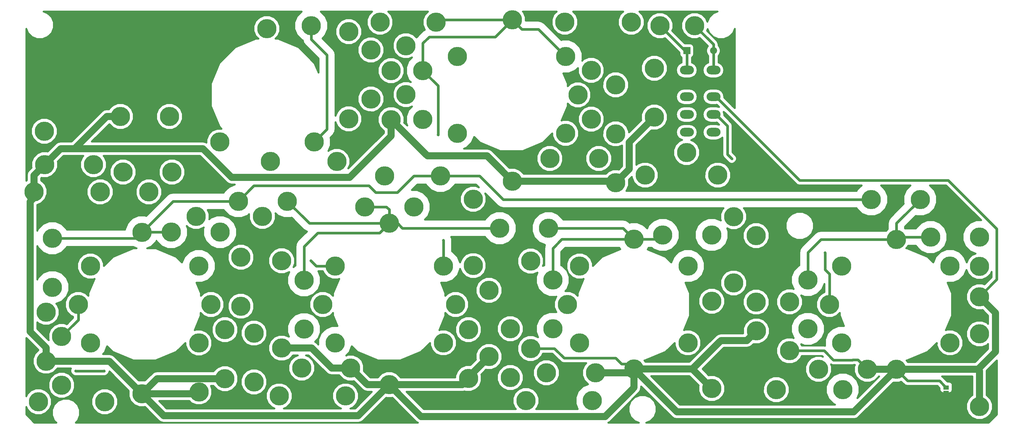
<source format=gtl>
G04 #@! TF.FileFunction,Copper,L1,Top,Signal*
%FSLAX46Y46*%
G04 Gerber Fmt 4.6, Leading zero omitted, Abs format (unit mm)*
G04 Created by KiCad (PCBNEW 4.0.7-e2-6376~58~ubuntu17.04.1) date Wed Oct 25 13:58:48 2017*
%MOMM*%
%LPD*%
G01*
G04 APERTURE LIST*
%ADD10C,0.100000*%
%ADD11C,1.000000*%
%ADD12C,5.500000*%
%ADD13R,2.000000X2.000000*%
%ADD14C,2.000000*%
%ADD15O,4.000000X2.500000*%
%ADD16R,1.600200X1.168400*%
%ADD17C,0.800000*%
%ADD18C,0.800000*%
%ADD19C,2.000000*%
%ADD20C,0.500000*%
G04 APERTURE END LIST*
D10*
D11*
X92430600Y-169214800D03*
X337616800Y-185242200D03*
X337464400Y-159156400D03*
X234746800Y-170078400D03*
X122834400Y-148132800D03*
X92913200Y-112191800D03*
X239141000Y-111785400D03*
X161671000Y-115138200D03*
X137693400Y-178282600D03*
X175387000Y-216230200D03*
X256743200Y-208457800D03*
D12*
X194500000Y-114000000D03*
X225500000Y-136000000D03*
X194500000Y-136000000D03*
X225500000Y-114000000D03*
X229000000Y-125000000D03*
X163398200Y-131876800D03*
X163398200Y-106876800D03*
X229500000Y-174000000D03*
X226000000Y-185000000D03*
X260500000Y-196000000D03*
X229500000Y-196000000D03*
X260500000Y-174000000D03*
X304500000Y-174000000D03*
X301000000Y-185000000D03*
X335500000Y-196000000D03*
X304500000Y-196000000D03*
X335500000Y-174000000D03*
X250875800Y-117373400D03*
X250875800Y-131373400D03*
X233147000Y-212534500D03*
X214147000Y-212534500D03*
X304800000Y-209423000D03*
X285800000Y-209423000D03*
X334391000Y-214249000D03*
X199034400Y-154888800D03*
X199034400Y-173888800D03*
X173687200Y-148183600D03*
X189687200Y-148183600D03*
X112090200Y-131165600D03*
X98090200Y-131165600D03*
X245046500Y-166306500D03*
X245046500Y-203506500D03*
X175006000Y-161775200D03*
X175006000Y-207975200D03*
X104203500Y-164380500D03*
X104203500Y-210580500D03*
D13*
X260159500Y-112331500D03*
D14*
X267779500Y-112331500D03*
D15*
X267779500Y-135699500D03*
X267779500Y-130619500D03*
X267779500Y-117919500D03*
X260159500Y-117919500D03*
X260159500Y-130619500D03*
X260159500Y-135699500D03*
X260159500Y-125539500D03*
X267779500Y-125539500D03*
D12*
X252476000Y-105206800D03*
X262407400Y-105156000D03*
X260096000Y-141478000D03*
X152679400Y-105181400D03*
X206599000Y-163169600D03*
X220599000Y-163169600D03*
X131821400Y-155448000D03*
X145821400Y-155448000D03*
X253286500Y-165100000D03*
X267286500Y-165100000D03*
X232816400Y-117968000D03*
X232816400Y-131968000D03*
X239826800Y-122139400D03*
X239826800Y-136139400D03*
X221805500Y-177990500D03*
X221805500Y-191990500D03*
X209677000Y-205960500D03*
X209677000Y-191960500D03*
X220012500Y-204597000D03*
X234012500Y-204597000D03*
X197675500Y-192199500D03*
X197675500Y-206199500D03*
X289560000Y-184277000D03*
X289560000Y-198277000D03*
X168016400Y-157073600D03*
X182016400Y-157073600D03*
X294830500Y-177990500D03*
X294830500Y-191990500D03*
X297863500Y-203581000D03*
X311863500Y-203581000D03*
X150622000Y-178074800D03*
X150622000Y-192074800D03*
X136296400Y-207202800D03*
X136296400Y-193202800D03*
X149972000Y-203200000D03*
X163972000Y-203200000D03*
X179806600Y-110906800D03*
X179806600Y-124906800D03*
X175539400Y-118069600D03*
X175539400Y-132069600D03*
X184632600Y-118018800D03*
X184632600Y-132018800D03*
X120548400Y-196047600D03*
X120548400Y-210047600D03*
X112583200Y-164312600D03*
X126583200Y-164312600D03*
X169748200Y-112151400D03*
X169748200Y-126151400D03*
X132562600Y-185496200D03*
X132562600Y-171496200D03*
X76784200Y-187244200D03*
X76784200Y-201244200D03*
X140000000Y-106000000D03*
X126500000Y-138500000D03*
X153500000Y-138500000D03*
X280098500Y-192595500D03*
D16*
X334391000Y-208788000D03*
X334391000Y-210312000D03*
D12*
X280035000Y-165315500D03*
X280035000Y-184315500D03*
X215455500Y-172612000D03*
X215455500Y-197612000D03*
X203581000Y-180936500D03*
X203581000Y-199936500D03*
X144221200Y-172513600D03*
X144221200Y-197513600D03*
X343916000Y-193449000D03*
X343916000Y-214249000D03*
X269036800Y-147980400D03*
X248236800Y-147980400D03*
X162509600Y-211226400D03*
X143509600Y-211226400D03*
X119709800Y-159816800D03*
X138709800Y-159816800D03*
X160020000Y-144068800D03*
X141020000Y-144068800D03*
X93599000Y-212852000D03*
X74599000Y-212852000D03*
X92325776Y-152748532D03*
X73325776Y-152748532D03*
X320167000Y-166381000D03*
X320167000Y-203581000D03*
X210235800Y-103482200D03*
X210235800Y-149682200D03*
X343916000Y-174117000D03*
X343916000Y-182816500D03*
X76301600Y-135407400D03*
X329931000Y-165735000D03*
X343931000Y-165735000D03*
X220965000Y-143230600D03*
X234965000Y-143230600D03*
X239826800Y-136139400D03*
X239826800Y-150139400D03*
X81254600Y-208168000D03*
X81254600Y-194168000D03*
X127990600Y-192252600D03*
X127990600Y-206252600D03*
X78587600Y-166075600D03*
X78587600Y-180075600D03*
X112827776Y-147109732D03*
X98827776Y-147109732D03*
X90384576Y-144976132D03*
X76384576Y-144976132D03*
X106223776Y-152799332D03*
X92223776Y-152799332D03*
X312976500Y-154940000D03*
X326976500Y-154940000D03*
X172366400Y-104190800D03*
X188366400Y-104190800D03*
X159500000Y-174000000D03*
X156000000Y-185000000D03*
X190500000Y-196000000D03*
X159500000Y-196000000D03*
X190500000Y-174000000D03*
X194000000Y-185000000D03*
X89500000Y-174000000D03*
X86000000Y-185000000D03*
X120500000Y-196000000D03*
X89500000Y-196000000D03*
X120500000Y-174000000D03*
X124000000Y-185000000D03*
X267335000Y-184086500D03*
X267335000Y-209086500D03*
X273558000Y-178879500D03*
X273558000Y-159879500D03*
X244271800Y-104165400D03*
X225271800Y-104165400D03*
D17*
X273050000Y-143256000D03*
X189001400Y-136398000D03*
X152603200Y-172516800D03*
X190500000Y-166624000D03*
X299720000Y-170180000D03*
X93446600Y-204038200D03*
X85242400Y-204038200D03*
D18*
X220599000Y-163169600D02*
X241909600Y-163169600D01*
X241909600Y-163169600D02*
X245046500Y-166306500D01*
X221805500Y-177990500D02*
X221805500Y-168910000D01*
X221805500Y-168910000D02*
X224409000Y-166306500D01*
X224409000Y-166306500D02*
X245046500Y-166306500D01*
X245046500Y-166306500D02*
X252080000Y-166306500D01*
X252080000Y-166306500D02*
X253286500Y-165100000D01*
X272122200Y-129120200D02*
X292455600Y-149453600D01*
X292455600Y-149453600D02*
X334975602Y-149453600D01*
X272110200Y-129120200D02*
X272122200Y-129120200D01*
X222300800Y-197612000D02*
X225050799Y-200361999D01*
X225050799Y-200361999D02*
X238042001Y-200361999D01*
X215455500Y-197612000D02*
X222300800Y-197612000D01*
X343916000Y-182816500D02*
X348866001Y-177866499D01*
X348866001Y-177866499D02*
X348866001Y-163343999D01*
X348866001Y-163343999D02*
X334975602Y-149453600D01*
X268529500Y-125539500D02*
X267779500Y-125539500D01*
X272110200Y-129120200D02*
X268529500Y-125539500D01*
D19*
X203022200Y-142468600D02*
X207485801Y-146932201D01*
X207485801Y-146932201D02*
X210235800Y-149682200D01*
X175539400Y-132069600D02*
X185938400Y-142468600D01*
X185938400Y-142468600D02*
X203022200Y-142468600D01*
X98090200Y-131165600D02*
X94201113Y-131165600D01*
X94201113Y-131165600D02*
X84940582Y-140426131D01*
X84940582Y-140426131D02*
X80934577Y-140426131D01*
X76384576Y-144976132D02*
X80934577Y-140426131D01*
X129884799Y-148618801D02*
X163684001Y-148618801D01*
X80934577Y-140426131D02*
X121692129Y-140426131D01*
X121692129Y-140426131D02*
X129884799Y-148618801D01*
X163684001Y-148618801D02*
X175539400Y-136763402D01*
X175539400Y-136763402D02*
X175539400Y-135958687D01*
X175539400Y-135958687D02*
X175539400Y-132069600D01*
X250875800Y-131373400D02*
X243686799Y-138562401D01*
X243686799Y-138562401D02*
X243686799Y-146279401D01*
X243686799Y-146279401D02*
X242576799Y-147389401D01*
X242576799Y-147389401D02*
X239826800Y-150139400D01*
X210235800Y-149682200D02*
X239369600Y-149682200D01*
X239369600Y-149682200D02*
X239826800Y-150139400D01*
X73325776Y-152748532D02*
X73325776Y-148034932D01*
X73325776Y-148034932D02*
X76384576Y-144976132D01*
X76784200Y-201244200D02*
X76784200Y-197355113D01*
X76784200Y-197355113D02*
X72234199Y-192805112D01*
X72234199Y-192805112D02*
X72234199Y-155527601D01*
X72234199Y-155527601D02*
X73325776Y-154436024D01*
X73325776Y-154436024D02*
X73325776Y-152748532D01*
X76784200Y-201244200D02*
X80673287Y-201244200D01*
X80673287Y-201244200D02*
X80724087Y-201295000D01*
X80724087Y-201295000D02*
X94918000Y-201295000D01*
X127990600Y-206252600D02*
X108531400Y-206252600D01*
X108531400Y-206252600D02*
X104203500Y-210580500D01*
X166141400Y-216839800D02*
X110462800Y-216839800D01*
X110462800Y-216839800D02*
X104203500Y-210580500D01*
X175006000Y-207975200D02*
X166141400Y-216839800D01*
X104203500Y-210580500D02*
X120015500Y-210580500D01*
X120015500Y-210580500D02*
X120548400Y-210047600D01*
X94918000Y-201295000D02*
X104203500Y-210580500D01*
X163972000Y-203200000D02*
X158485998Y-203200000D01*
X158485998Y-203200000D02*
X152799598Y-197513600D01*
X152799598Y-197513600D02*
X148110287Y-197513600D01*
X148110287Y-197513600D02*
X144221200Y-197513600D01*
X175006000Y-207975200D02*
X168747200Y-207975200D01*
X168747200Y-207975200D02*
X163972000Y-203200000D01*
X197675500Y-206199500D02*
X197675500Y-205842000D01*
X197675500Y-205842000D02*
X203581000Y-199936500D01*
X175006000Y-207975200D02*
X195899800Y-207975200D01*
X195899800Y-207975200D02*
X197675500Y-206199500D01*
X245046500Y-203506500D02*
X245046500Y-208849002D01*
X245046500Y-208849002D02*
X236811001Y-217084501D01*
X236811001Y-217084501D02*
X184115301Y-217084501D01*
X184115301Y-217084501D02*
X177755999Y-210725199D01*
X177755999Y-210725199D02*
X175006000Y-207975200D01*
D18*
X241490500Y-202057000D02*
X243597000Y-202057000D01*
X243597000Y-202057000D02*
X245046500Y-203506500D01*
X239776000Y-200342500D02*
X241490500Y-202057000D01*
X238061500Y-200342500D02*
X239776000Y-200342500D01*
X238042001Y-200361999D02*
X238061500Y-200342500D01*
D19*
X234012500Y-204597000D02*
X243956000Y-204597000D01*
X243956000Y-204597000D02*
X245046500Y-203506500D01*
X280098500Y-192595500D02*
X277348501Y-195345499D01*
X277348501Y-195345499D02*
X269916001Y-195345499D01*
X269916001Y-195345499D02*
X261755000Y-203506500D01*
X245046500Y-203506500D02*
X261755000Y-203506500D01*
X261755000Y-203506500D02*
X267335000Y-209086500D01*
X307975000Y-215773000D02*
X257313000Y-215773000D01*
X257313000Y-215773000D02*
X245046500Y-203506500D01*
X320167000Y-203581000D02*
X307975000Y-215773000D01*
D18*
X307557999Y-200950001D02*
X307676999Y-200831001D01*
X307676999Y-200831001D02*
X309113501Y-200831001D01*
X309113501Y-200831001D02*
X311863500Y-203581000D01*
X299450998Y-198277000D02*
X302123999Y-200950001D01*
X302123999Y-200950001D02*
X307557999Y-200950001D01*
D19*
X311863500Y-203581000D02*
X320167000Y-203581000D01*
D18*
X289560000Y-198277000D02*
X299450998Y-198277000D01*
D19*
X343916000Y-214249000D02*
X343916000Y-204025500D01*
X343916000Y-204025500D02*
X343471500Y-203581000D01*
X343471500Y-203581000D02*
X348466001Y-198586499D01*
X348466001Y-198586499D02*
X348466001Y-187366501D01*
X348466001Y-187366501D02*
X346665999Y-185566499D01*
X346665999Y-185566499D02*
X343916000Y-182816500D01*
X320167000Y-203581000D02*
X343471500Y-203581000D01*
D18*
X323342000Y-206883000D02*
X332486000Y-206883000D01*
X332486000Y-206883000D02*
X334130799Y-208527799D01*
X320040000Y-203581000D02*
X323342000Y-206883000D01*
X206599000Y-163169600D02*
X178790600Y-163169600D01*
X178790600Y-163169600D02*
X177396200Y-161775200D01*
X177396200Y-161775200D02*
X175006000Y-161775200D01*
X175006000Y-161775200D02*
X172256001Y-164525199D01*
X172256001Y-164525199D02*
X154498801Y-164525199D01*
X154498801Y-164525199D02*
X150622000Y-168402000D01*
X150622000Y-170649996D02*
X150622000Y-168402000D01*
X145821400Y-155448000D02*
X152148600Y-161775200D01*
X152148600Y-161775200D02*
X175006000Y-161775200D01*
X175006000Y-161775200D02*
X175006000Y-157886113D01*
X175006000Y-157886113D02*
X174193487Y-157073600D01*
X174193487Y-157073600D02*
X171905487Y-157073600D01*
X171905487Y-157073600D02*
X168016400Y-157073600D01*
X150622000Y-178074800D02*
X150622000Y-170649996D01*
X172718000Y-161775200D02*
X175006000Y-161775200D01*
X131821400Y-155448000D02*
X136266400Y-151003000D01*
X171136398Y-152958800D02*
X177317400Y-152958800D01*
X136266400Y-151003000D02*
X169180598Y-151003000D01*
X169180598Y-151003000D02*
X171136398Y-152958800D01*
X182092600Y-148183600D02*
X189687200Y-148183600D01*
X177317400Y-152958800D02*
X182092600Y-148183600D01*
X189687200Y-148183600D02*
X200888600Y-148183600D01*
X200888600Y-148183600D02*
X207645000Y-154940000D01*
X207645000Y-154940000D02*
X309087413Y-154940000D01*
X309087413Y-154940000D02*
X312976500Y-154940000D01*
X131821400Y-155448000D02*
X113136000Y-155448000D01*
X113136000Y-155448000D02*
X104203500Y-164380500D01*
X78587600Y-166075600D02*
X102508400Y-166075600D01*
X102508400Y-166075600D02*
X104203500Y-164380500D01*
X112583200Y-164312600D02*
X104271400Y-164312600D01*
X104271400Y-164312600D02*
X104203500Y-164380500D01*
X259600700Y-112331500D02*
X260159500Y-112331500D01*
X252476000Y-105206800D02*
X259600700Y-112331500D01*
X260159500Y-117919500D02*
X260159500Y-112331500D01*
X262407400Y-105156000D02*
X267779500Y-110528100D01*
X267779500Y-110528100D02*
X267779500Y-112331500D01*
X267779500Y-117919500D02*
X267779500Y-112331500D01*
X271780000Y-141986000D02*
X271780000Y-133870000D01*
X271780000Y-133870000D02*
X268529500Y-130619500D01*
X268529500Y-130619500D02*
X267779500Y-130619500D01*
X273050000Y-143256000D02*
X271780000Y-141986000D01*
X189001400Y-136398000D02*
X189001400Y-122387600D01*
X189001400Y-122387600D02*
X184632600Y-118018800D01*
X184632600Y-118018800D02*
X184632600Y-110185200D01*
X184632600Y-110185200D02*
X186436000Y-108381800D01*
X186436000Y-108381800D02*
X205336200Y-108381800D01*
X205336200Y-108381800D02*
X206149000Y-107569000D01*
X206149000Y-107569000D02*
X210235800Y-103482200D01*
X210235800Y-103482200D02*
X189075000Y-103482200D01*
X189075000Y-103482200D02*
X188366400Y-104190800D01*
X210235800Y-103482200D02*
X212985799Y-106232199D01*
X212985799Y-106232199D02*
X217732199Y-106232199D01*
X217732199Y-106232199D02*
X222750001Y-111250001D01*
X222750001Y-111250001D02*
X225500000Y-114000000D01*
X152679400Y-105181400D02*
X152679400Y-109070487D01*
X157200001Y-113591088D02*
X157200001Y-134799999D01*
X152679400Y-109070487D02*
X157200001Y-113591088D01*
X157200001Y-134799999D02*
X156249999Y-135750001D01*
X156249999Y-135750001D02*
X153500000Y-138500000D01*
X159500000Y-174000000D02*
X154086400Y-174000000D01*
X154086400Y-174000000D02*
X152603200Y-172516800D01*
X190500000Y-170110913D02*
X190500000Y-166624000D01*
X190500000Y-174000000D02*
X190500000Y-170110913D01*
X158952126Y-195452126D02*
X159500000Y-196000000D01*
X334391000Y-214249000D02*
X334391000Y-210572201D01*
X320167000Y-166381000D02*
X320167000Y-161749500D01*
X320167000Y-161749500D02*
X326976500Y-154940000D01*
X294830500Y-170116500D02*
X298566000Y-166381000D01*
X298566000Y-166381000D02*
X301583413Y-166381000D01*
X294830500Y-177990500D02*
X294830500Y-170116500D01*
X301583413Y-166381000D02*
X320167000Y-166381000D01*
X329931000Y-165735000D02*
X320813000Y-165735000D01*
X320813000Y-165735000D02*
X320167000Y-166381000D01*
X301000000Y-185000000D02*
X301000000Y-176346002D01*
X301000000Y-176346002D02*
X299720000Y-175066002D01*
X299720000Y-175066002D02*
X299720000Y-170180000D01*
X85242400Y-204038200D02*
X93446600Y-204038200D01*
X81254600Y-194168000D02*
X86000000Y-189422600D01*
X86000000Y-189422600D02*
X86000000Y-185000000D01*
D20*
G36*
X348900000Y-216544365D02*
X346544366Y-218900000D01*
X248535855Y-218900000D01*
X249762858Y-218393013D01*
X250889058Y-217268777D01*
X251499305Y-215799140D01*
X251500693Y-214207841D01*
X250893013Y-212737142D01*
X249768777Y-211610942D01*
X248299140Y-211000695D01*
X246707841Y-210999307D01*
X245237142Y-211606987D01*
X244110942Y-212731223D01*
X243500695Y-214200860D01*
X243499307Y-215792159D01*
X244106987Y-217262858D01*
X245231223Y-218389058D01*
X246461707Y-218900000D01*
X237712917Y-218900000D01*
X238260570Y-218534070D01*
X246496069Y-210298571D01*
X246940453Y-209633503D01*
X247096500Y-208849002D01*
X247096500Y-208455638D01*
X255863431Y-217222569D01*
X256528499Y-217666953D01*
X257313000Y-217823000D01*
X307975000Y-217823000D01*
X308759501Y-217666953D01*
X309424569Y-217222569D01*
X319308174Y-207338964D01*
X319407817Y-207380339D01*
X320919551Y-207381658D01*
X321535530Y-207127140D01*
X322316695Y-207908305D01*
X322787109Y-208222625D01*
X323342000Y-208333000D01*
X331885390Y-208333000D01*
X332520330Y-208967940D01*
X332520330Y-209372200D01*
X332593545Y-209761307D01*
X332823507Y-210118677D01*
X333174388Y-210358424D01*
X333590900Y-210442770D01*
X335191100Y-210442770D01*
X335580207Y-210369555D01*
X335937577Y-210139593D01*
X336177324Y-209788712D01*
X336261670Y-209372200D01*
X336261670Y-208203800D01*
X336188455Y-207814693D01*
X335958493Y-207457323D01*
X335607612Y-207217576D01*
X335191100Y-207133230D01*
X334786840Y-207133230D01*
X333511305Y-205857695D01*
X333172031Y-205631000D01*
X341866000Y-205631000D01*
X341866000Y-210984438D01*
X341766285Y-211025639D01*
X340696396Y-212093663D01*
X340116661Y-213489817D01*
X340115342Y-215001551D01*
X340692639Y-216398715D01*
X341760663Y-217468604D01*
X343156817Y-218048339D01*
X344668551Y-218049658D01*
X346065715Y-217472361D01*
X347135604Y-216404337D01*
X347715339Y-215008183D01*
X347716658Y-213496449D01*
X347139361Y-212099285D01*
X346071337Y-211029396D01*
X345966000Y-210985656D01*
X345966000Y-204025500D01*
X345959386Y-203992252D01*
X348900000Y-201051638D01*
X348900000Y-216544365D01*
X348900000Y-216544365D01*
G37*
X348900000Y-216544365D02*
X346544366Y-218900000D01*
X248535855Y-218900000D01*
X249762858Y-218393013D01*
X250889058Y-217268777D01*
X251499305Y-215799140D01*
X251500693Y-214207841D01*
X250893013Y-212737142D01*
X249768777Y-211610942D01*
X248299140Y-211000695D01*
X246707841Y-210999307D01*
X245237142Y-211606987D01*
X244110942Y-212731223D01*
X243500695Y-214200860D01*
X243499307Y-215792159D01*
X244106987Y-217262858D01*
X245231223Y-218389058D01*
X246461707Y-218900000D01*
X237712917Y-218900000D01*
X238260570Y-218534070D01*
X246496069Y-210298571D01*
X246940453Y-209633503D01*
X247096500Y-208849002D01*
X247096500Y-208455638D01*
X255863431Y-217222569D01*
X256528499Y-217666953D01*
X257313000Y-217823000D01*
X307975000Y-217823000D01*
X308759501Y-217666953D01*
X309424569Y-217222569D01*
X319308174Y-207338964D01*
X319407817Y-207380339D01*
X320919551Y-207381658D01*
X321535530Y-207127140D01*
X322316695Y-207908305D01*
X322787109Y-208222625D01*
X323342000Y-208333000D01*
X331885390Y-208333000D01*
X332520330Y-208967940D01*
X332520330Y-209372200D01*
X332593545Y-209761307D01*
X332823507Y-210118677D01*
X333174388Y-210358424D01*
X333590900Y-210442770D01*
X335191100Y-210442770D01*
X335580207Y-210369555D01*
X335937577Y-210139593D01*
X336177324Y-209788712D01*
X336261670Y-209372200D01*
X336261670Y-208203800D01*
X336188455Y-207814693D01*
X335958493Y-207457323D01*
X335607612Y-207217576D01*
X335191100Y-207133230D01*
X334786840Y-207133230D01*
X333511305Y-205857695D01*
X333172031Y-205631000D01*
X341866000Y-205631000D01*
X341866000Y-210984438D01*
X341766285Y-211025639D01*
X340696396Y-212093663D01*
X340116661Y-213489817D01*
X340115342Y-215001551D01*
X340692639Y-216398715D01*
X341760663Y-217468604D01*
X343156817Y-218048339D01*
X344668551Y-218049658D01*
X346065715Y-217472361D01*
X347135604Y-216404337D01*
X347715339Y-215008183D01*
X347716658Y-213496449D01*
X347139361Y-212099285D01*
X346071337Y-211029396D01*
X345966000Y-210985656D01*
X345966000Y-204025500D01*
X345959386Y-203992252D01*
X348900000Y-201051638D01*
X348900000Y-216544365D01*
G36*
X74592600Y-198062651D02*
X73564596Y-199088863D01*
X72984861Y-200485017D01*
X72983542Y-201996751D01*
X73560839Y-203393915D01*
X74628863Y-204463804D01*
X76025017Y-205043539D01*
X77536751Y-205044858D01*
X78933915Y-204467561D01*
X80003804Y-203399537D01*
X80047544Y-203294200D01*
X80468698Y-203294200D01*
X80724087Y-203345000D01*
X83960205Y-203345000D01*
X83792652Y-203748512D01*
X83792149Y-204325357D01*
X84012433Y-204858486D01*
X84419969Y-205266733D01*
X84952712Y-205487948D01*
X85529557Y-205488451D01*
X85530164Y-205488200D01*
X93445908Y-205488200D01*
X93733757Y-205488451D01*
X94266886Y-205268167D01*
X94675133Y-204860631D01*
X94896348Y-204327888D01*
X94896483Y-204172621D01*
X100445536Y-209721674D01*
X100404161Y-209821317D01*
X100402842Y-211333051D01*
X100980139Y-212730215D01*
X102048163Y-213800104D01*
X103444317Y-214379839D01*
X104956051Y-214381158D01*
X105061464Y-214337602D01*
X109013231Y-218289369D01*
X109678299Y-218733753D01*
X110462800Y-218889800D01*
X166141400Y-218889800D01*
X166925901Y-218733753D01*
X167590969Y-218289369D01*
X174147174Y-211733164D01*
X174246817Y-211774539D01*
X175758551Y-211775858D01*
X175863964Y-211732302D01*
X182665732Y-218534070D01*
X183213385Y-218900000D01*
X85256732Y-218900000D01*
X85889058Y-218268777D01*
X86499305Y-216799140D01*
X86500693Y-215207841D01*
X85893013Y-213737142D01*
X85760654Y-213604551D01*
X89798342Y-213604551D01*
X90375639Y-215001715D01*
X91443663Y-216071604D01*
X92839817Y-216651339D01*
X94351551Y-216652658D01*
X95748715Y-216075361D01*
X96818604Y-215007337D01*
X97398339Y-213611183D01*
X97399658Y-212099449D01*
X96822361Y-210702285D01*
X95754337Y-209632396D01*
X94358183Y-209052661D01*
X92846449Y-209051342D01*
X91449285Y-209628639D01*
X90379396Y-210696663D01*
X89799661Y-212092817D01*
X89798342Y-213604551D01*
X85760654Y-213604551D01*
X84768777Y-212610942D01*
X83299140Y-212000695D01*
X81707841Y-211999307D01*
X80237142Y-212606987D01*
X79110942Y-213731223D01*
X78500695Y-215200860D01*
X78499307Y-216792159D01*
X79106987Y-218262858D01*
X79743018Y-218900000D01*
X73455635Y-218900000D01*
X71100000Y-216544366D01*
X71100000Y-214334618D01*
X71375639Y-215001715D01*
X72443663Y-216071604D01*
X73839817Y-216651339D01*
X75351551Y-216652658D01*
X76748715Y-216075361D01*
X77818604Y-215007337D01*
X78398339Y-213611183D01*
X78399658Y-212099449D01*
X77822361Y-210702285D01*
X76754337Y-209632396D01*
X75358183Y-209052661D01*
X73846449Y-209051342D01*
X72449285Y-209628639D01*
X71379396Y-210696663D01*
X71100000Y-211369522D01*
X71100000Y-208920551D01*
X77453942Y-208920551D01*
X78031239Y-210317715D01*
X79099263Y-211387604D01*
X80495417Y-211967339D01*
X82007151Y-211968658D01*
X83404315Y-211391361D01*
X84474204Y-210323337D01*
X85053939Y-208927183D01*
X85055258Y-207415449D01*
X84477961Y-206018285D01*
X83409937Y-204948396D01*
X82013783Y-204368661D01*
X80502049Y-204367342D01*
X79104885Y-204944639D01*
X78034996Y-206012663D01*
X77455261Y-207408817D01*
X77453942Y-208920551D01*
X71100000Y-208920551D01*
X71100000Y-194570051D01*
X74592600Y-198062651D01*
X74592600Y-198062651D01*
G37*
X74592600Y-198062651D02*
X73564596Y-199088863D01*
X72984861Y-200485017D01*
X72983542Y-201996751D01*
X73560839Y-203393915D01*
X74628863Y-204463804D01*
X76025017Y-205043539D01*
X77536751Y-205044858D01*
X78933915Y-204467561D01*
X80003804Y-203399537D01*
X80047544Y-203294200D01*
X80468698Y-203294200D01*
X80724087Y-203345000D01*
X83960205Y-203345000D01*
X83792652Y-203748512D01*
X83792149Y-204325357D01*
X84012433Y-204858486D01*
X84419969Y-205266733D01*
X84952712Y-205487948D01*
X85529557Y-205488451D01*
X85530164Y-205488200D01*
X93445908Y-205488200D01*
X93733757Y-205488451D01*
X94266886Y-205268167D01*
X94675133Y-204860631D01*
X94896348Y-204327888D01*
X94896483Y-204172621D01*
X100445536Y-209721674D01*
X100404161Y-209821317D01*
X100402842Y-211333051D01*
X100980139Y-212730215D01*
X102048163Y-213800104D01*
X103444317Y-214379839D01*
X104956051Y-214381158D01*
X105061464Y-214337602D01*
X109013231Y-218289369D01*
X109678299Y-218733753D01*
X110462800Y-218889800D01*
X166141400Y-218889800D01*
X166925901Y-218733753D01*
X167590969Y-218289369D01*
X174147174Y-211733164D01*
X174246817Y-211774539D01*
X175758551Y-211775858D01*
X175863964Y-211732302D01*
X182665732Y-218534070D01*
X183213385Y-218900000D01*
X85256732Y-218900000D01*
X85889058Y-218268777D01*
X86499305Y-216799140D01*
X86500693Y-215207841D01*
X85893013Y-213737142D01*
X85760654Y-213604551D01*
X89798342Y-213604551D01*
X90375639Y-215001715D01*
X91443663Y-216071604D01*
X92839817Y-216651339D01*
X94351551Y-216652658D01*
X95748715Y-216075361D01*
X96818604Y-215007337D01*
X97398339Y-213611183D01*
X97399658Y-212099449D01*
X96822361Y-210702285D01*
X95754337Y-209632396D01*
X94358183Y-209052661D01*
X92846449Y-209051342D01*
X91449285Y-209628639D01*
X90379396Y-210696663D01*
X89799661Y-212092817D01*
X89798342Y-213604551D01*
X85760654Y-213604551D01*
X84768777Y-212610942D01*
X83299140Y-212000695D01*
X81707841Y-211999307D01*
X80237142Y-212606987D01*
X79110942Y-213731223D01*
X78500695Y-215200860D01*
X78499307Y-216792159D01*
X79106987Y-218262858D01*
X79743018Y-218900000D01*
X73455635Y-218900000D01*
X71100000Y-216544366D01*
X71100000Y-214334618D01*
X71375639Y-215001715D01*
X72443663Y-216071604D01*
X73839817Y-216651339D01*
X75351551Y-216652658D01*
X76748715Y-216075361D01*
X77818604Y-215007337D01*
X78398339Y-213611183D01*
X78399658Y-212099449D01*
X77822361Y-210702285D01*
X76754337Y-209632396D01*
X75358183Y-209052661D01*
X73846449Y-209051342D01*
X72449285Y-209628639D01*
X71379396Y-210696663D01*
X71100000Y-211369522D01*
X71100000Y-208920551D01*
X77453942Y-208920551D01*
X78031239Y-210317715D01*
X79099263Y-211387604D01*
X80495417Y-211967339D01*
X82007151Y-211968658D01*
X83404315Y-211391361D01*
X84474204Y-210323337D01*
X85053939Y-208927183D01*
X85055258Y-207415449D01*
X84477961Y-206018285D01*
X83409937Y-204948396D01*
X82013783Y-204368661D01*
X80502049Y-204367342D01*
X79104885Y-204944639D01*
X78034996Y-206012663D01*
X77455261Y-207408817D01*
X77453942Y-208920551D01*
X71100000Y-208920551D01*
X71100000Y-194570051D01*
X74592600Y-198062651D01*
G36*
X185615585Y-150899030D02*
X186964668Y-152250470D01*
X188728232Y-152982765D01*
X190637790Y-152984432D01*
X192402630Y-152255215D01*
X193754070Y-150906132D01*
X193867235Y-150633600D01*
X199873776Y-150633600D01*
X200710287Y-151470110D01*
X199793583Y-151089461D01*
X198281849Y-151088142D01*
X196884685Y-151665439D01*
X195814796Y-152733463D01*
X195235061Y-154129617D01*
X195233742Y-155641351D01*
X195811039Y-157038515D01*
X196879063Y-158108404D01*
X198275217Y-158688139D01*
X199786951Y-158689458D01*
X201184115Y-158112161D01*
X202254004Y-157044137D01*
X202833739Y-155647983D01*
X202835058Y-154136249D01*
X202453862Y-153213686D01*
X205912586Y-156672409D01*
X205912588Y-156672412D01*
X206460501Y-157038515D01*
X206707426Y-157203505D01*
X207645000Y-157390001D01*
X207645005Y-157390000D01*
X270673143Y-157390000D01*
X270338396Y-157724163D01*
X269758661Y-159120317D01*
X269757342Y-160632051D01*
X269905260Y-160990040D01*
X268245468Y-160300835D01*
X266335910Y-160299168D01*
X264571070Y-161028385D01*
X263219630Y-162377468D01*
X262487335Y-164141032D01*
X262485668Y-166050590D01*
X263214885Y-167815430D01*
X264563968Y-169166870D01*
X266327532Y-169899165D01*
X268237090Y-169900832D01*
X270001930Y-169171615D01*
X271353370Y-167822532D01*
X272081893Y-166068051D01*
X276234342Y-166068051D01*
X276811639Y-167465215D01*
X277879663Y-168535104D01*
X279275817Y-169114839D01*
X280787551Y-169116158D01*
X282184715Y-168538861D01*
X283254604Y-167470837D01*
X283834339Y-166074683D01*
X283835658Y-164562949D01*
X283310578Y-163292159D01*
X288499307Y-163292159D01*
X289106987Y-164762858D01*
X290231223Y-165889058D01*
X291700860Y-166499305D01*
X293292159Y-166500693D01*
X294762858Y-165893013D01*
X295889058Y-164768777D01*
X296499305Y-163299140D01*
X296500693Y-161707841D01*
X295893013Y-160237142D01*
X294768777Y-159110942D01*
X293299140Y-158500695D01*
X291707841Y-158499307D01*
X290237142Y-159106987D01*
X289110942Y-160231223D01*
X288500695Y-161700860D01*
X288499307Y-163292159D01*
X283310578Y-163292159D01*
X283258361Y-163165785D01*
X282190337Y-162095896D01*
X280794183Y-161516161D01*
X279282449Y-161514842D01*
X277885285Y-162092139D01*
X276815396Y-163160163D01*
X276235661Y-164556317D01*
X276234342Y-166068051D01*
X272081893Y-166068051D01*
X272085665Y-166058968D01*
X272087332Y-164149410D01*
X271705274Y-163224759D01*
X272798817Y-163678839D01*
X274310551Y-163680158D01*
X275707715Y-163102861D01*
X276777604Y-162034837D01*
X277357339Y-160638683D01*
X277358658Y-159126949D01*
X276781361Y-157729785D01*
X276442168Y-157390000D01*
X308795212Y-157390000D01*
X308904885Y-157655430D01*
X310253968Y-159006870D01*
X312017532Y-159739165D01*
X313927090Y-159740832D01*
X315691930Y-159011615D01*
X317043370Y-157662532D01*
X317775665Y-155898968D01*
X317777332Y-153989410D01*
X317048115Y-152224570D01*
X315729449Y-150903600D01*
X324225793Y-150903600D01*
X322909630Y-152217468D01*
X322177335Y-153981032D01*
X322175668Y-155890590D01*
X322288357Y-156163319D01*
X318434588Y-160017088D01*
X317903495Y-160811925D01*
X317716999Y-161749500D01*
X317717000Y-161749505D01*
X317717000Y-163457401D01*
X317242574Y-163931000D01*
X298566005Y-163931000D01*
X298566000Y-163930999D01*
X297628425Y-164117495D01*
X297336430Y-164312600D01*
X296833588Y-164648588D01*
X296833586Y-164648591D01*
X293098088Y-168384088D01*
X292566995Y-169178925D01*
X292380499Y-170116500D01*
X292380500Y-170116505D01*
X292380500Y-173809212D01*
X292115070Y-173918885D01*
X290763630Y-175267968D01*
X290031335Y-177031532D01*
X290029668Y-178941090D01*
X290736097Y-180650779D01*
X290319183Y-180477661D01*
X288807449Y-180476342D01*
X287410285Y-181053639D01*
X286340396Y-182121663D01*
X285760661Y-183517817D01*
X285759342Y-185029551D01*
X286336639Y-186426715D01*
X287404663Y-187496604D01*
X288800817Y-188076339D01*
X290312551Y-188077658D01*
X291709715Y-187500361D01*
X292779604Y-186432337D01*
X293359339Y-185036183D01*
X293360658Y-183524449D01*
X292888367Y-182381420D01*
X293871532Y-182789665D01*
X295781090Y-182791332D01*
X297545930Y-182062115D01*
X298897370Y-180713032D01*
X299550000Y-179141323D01*
X299550000Y-181487522D01*
X298850285Y-181776639D01*
X297780396Y-182844663D01*
X297200661Y-184240817D01*
X297199342Y-185752551D01*
X297776639Y-187149715D01*
X298844663Y-188219604D01*
X300240817Y-188799339D01*
X301752551Y-188800658D01*
X303149715Y-188223361D01*
X303947876Y-187426591D01*
X303947220Y-188178536D01*
X305195913Y-191200605D01*
X303549410Y-191199168D01*
X301784570Y-191928385D01*
X300433130Y-193277468D01*
X299700835Y-195041032D01*
X299699233Y-196876377D01*
X299450998Y-196827000D01*
X293072478Y-196827000D01*
X292888367Y-196381420D01*
X293871532Y-196789665D01*
X295781090Y-196791332D01*
X297545930Y-196062115D01*
X298897370Y-194713032D01*
X299629665Y-192949468D01*
X299631332Y-191039910D01*
X298902115Y-189275070D01*
X297553032Y-187923630D01*
X295789468Y-187191335D01*
X293879910Y-187189668D01*
X292115070Y-187918885D01*
X290763630Y-189267968D01*
X290031335Y-191031532D01*
X290029668Y-192941090D01*
X290736097Y-194650779D01*
X290319183Y-194477661D01*
X288807449Y-194476342D01*
X287410285Y-195053639D01*
X286340396Y-196121663D01*
X285760661Y-197517817D01*
X285759342Y-199029551D01*
X286336639Y-200426715D01*
X287404663Y-201496604D01*
X288800817Y-202076339D01*
X290312551Y-202077658D01*
X291709715Y-201500361D01*
X292779604Y-200432337D01*
X293072486Y-199727000D01*
X298850388Y-199727000D01*
X299105556Y-199982168D01*
X298622683Y-199781661D01*
X297110949Y-199780342D01*
X295713785Y-200357639D01*
X294643896Y-201425663D01*
X294064161Y-202821817D01*
X294062842Y-204333551D01*
X294640139Y-205730715D01*
X295708163Y-206800604D01*
X297104317Y-207380339D01*
X298616051Y-207381658D01*
X300013215Y-206804361D01*
X301083104Y-205736337D01*
X301662839Y-204340183D01*
X301664158Y-202828449D01*
X301392862Y-202171862D01*
X301569108Y-202289626D01*
X302123999Y-202400001D01*
X307557999Y-202400001D01*
X308112890Y-202289626D01*
X308125798Y-202281001D01*
X308288728Y-202281001D01*
X308064161Y-202821817D01*
X308062842Y-204333551D01*
X308640139Y-205730715D01*
X309708163Y-206800604D01*
X311104317Y-207380339D01*
X312616051Y-207381658D01*
X314013215Y-206804361D01*
X315083104Y-205736337D01*
X315126844Y-205631000D01*
X315217862Y-205631000D01*
X308982998Y-211865864D01*
X309599165Y-210381968D01*
X309600832Y-208472410D01*
X308871615Y-206707570D01*
X307522532Y-205356130D01*
X305758968Y-204623835D01*
X303849410Y-204622168D01*
X302084570Y-205351385D01*
X300733130Y-206700468D01*
X300000835Y-208464032D01*
X299999168Y-210373590D01*
X300728385Y-212138430D01*
X302077468Y-213489870D01*
X302638908Y-213723000D01*
X258162138Y-213723000D01*
X249995638Y-205556500D01*
X260905862Y-205556500D01*
X263577036Y-208227674D01*
X263535661Y-208327317D01*
X263534342Y-209839051D01*
X264111639Y-211236215D01*
X265179663Y-212306104D01*
X266575817Y-212885839D01*
X268087551Y-212887158D01*
X269484715Y-212309861D01*
X270554604Y-211241837D01*
X270997365Y-210175551D01*
X281999342Y-210175551D01*
X282576639Y-211572715D01*
X283644663Y-212642604D01*
X285040817Y-213222339D01*
X286552551Y-213223658D01*
X287949715Y-212646361D01*
X289019604Y-211578337D01*
X289599339Y-210182183D01*
X289600658Y-208670449D01*
X289023361Y-207273285D01*
X287955337Y-206203396D01*
X286559183Y-205623661D01*
X285047449Y-205622342D01*
X283650285Y-206199639D01*
X282580396Y-207267663D01*
X282000661Y-208663817D01*
X281999342Y-210175551D01*
X270997365Y-210175551D01*
X271134339Y-209845683D01*
X271135658Y-208333949D01*
X270558361Y-206936785D01*
X269490337Y-205866896D01*
X268094183Y-205287161D01*
X266582449Y-205285842D01*
X266477036Y-205329398D01*
X264654138Y-203506500D01*
X270765139Y-197395499D01*
X277348501Y-197395499D01*
X278133002Y-197239452D01*
X278798070Y-196795068D01*
X279239674Y-196353464D01*
X279339317Y-196394839D01*
X280851051Y-196396158D01*
X282248215Y-195818861D01*
X283318104Y-194750837D01*
X283897839Y-193354683D01*
X283899158Y-191842949D01*
X283321861Y-190445785D01*
X282253837Y-189375896D01*
X280857683Y-188796161D01*
X279345949Y-188794842D01*
X277948785Y-189372139D01*
X276878896Y-190440163D01*
X276299161Y-191836317D01*
X276297888Y-193295499D01*
X269916001Y-193295499D01*
X269131500Y-193451546D01*
X268466432Y-193895930D01*
X260905862Y-201456500D01*
X248311062Y-201456500D01*
X248269861Y-201356785D01*
X247966201Y-201052595D01*
X248178536Y-201052780D01*
X254079717Y-198614462D01*
X256700000Y-195998749D01*
X256699342Y-196752551D01*
X257276639Y-198149715D01*
X258344663Y-199219604D01*
X259740817Y-199799339D01*
X261252551Y-199800658D01*
X262649715Y-199223361D01*
X263719604Y-198155337D01*
X264299339Y-196759183D01*
X264300658Y-195247449D01*
X263723361Y-193850285D01*
X262655337Y-192780396D01*
X261259183Y-192200661D01*
X259747449Y-192199342D01*
X259315071Y-192377997D01*
X261047208Y-188206549D01*
X261050146Y-184839051D01*
X263534342Y-184839051D01*
X264111639Y-186236215D01*
X265179663Y-187306104D01*
X266575817Y-187885839D01*
X268087551Y-187887158D01*
X269484715Y-187309861D01*
X270554604Y-186241837D01*
X271042003Y-185068051D01*
X276234342Y-185068051D01*
X276811639Y-186465215D01*
X277879663Y-187535104D01*
X279275817Y-188114839D01*
X280787551Y-188116158D01*
X282184715Y-187538861D01*
X283254604Y-186470837D01*
X283834339Y-185074683D01*
X283835658Y-183562949D01*
X283258361Y-182165785D01*
X282190337Y-181095896D01*
X280794183Y-180516161D01*
X279282449Y-180514842D01*
X277885285Y-181092139D01*
X276815396Y-182160163D01*
X276235661Y-183556317D01*
X276234342Y-185068051D01*
X271042003Y-185068051D01*
X271134339Y-184845683D01*
X271135658Y-183333949D01*
X270558361Y-181936785D01*
X269490337Y-180866896D01*
X268094183Y-180287161D01*
X266582449Y-180285842D01*
X265185285Y-180863139D01*
X264115396Y-181931163D01*
X263535661Y-183327317D01*
X263534342Y-184839051D01*
X261050146Y-184839051D01*
X261052780Y-181821464D01*
X260148134Y-179632051D01*
X269757342Y-179632051D01*
X270334639Y-181029215D01*
X271402663Y-182099104D01*
X272798817Y-182678839D01*
X274310551Y-182680158D01*
X275707715Y-182102861D01*
X276777604Y-181034837D01*
X277357339Y-179638683D01*
X277358658Y-178126949D01*
X276781361Y-176729785D01*
X275713337Y-175659896D01*
X274317183Y-175080161D01*
X272805449Y-175078842D01*
X271408285Y-175656139D01*
X270338396Y-176724163D01*
X269758661Y-178120317D01*
X269757342Y-179632051D01*
X260148134Y-179632051D01*
X259804087Y-178799395D01*
X261450590Y-178800832D01*
X263215430Y-178071615D01*
X264566870Y-176722532D01*
X265299165Y-174958968D01*
X265300832Y-173049410D01*
X264571615Y-171284570D01*
X263222532Y-169933130D01*
X261458968Y-169200835D01*
X259549410Y-169199168D01*
X257784570Y-169928385D01*
X256433130Y-171277468D01*
X255712408Y-173013160D01*
X254103465Y-171401406D01*
X248900914Y-169241118D01*
X249113370Y-169029032D01*
X249226535Y-168756500D01*
X250154314Y-168756500D01*
X250563968Y-169166870D01*
X252327532Y-169899165D01*
X254237090Y-169900832D01*
X256001930Y-169171615D01*
X257353370Y-167822532D01*
X258085665Y-166058968D01*
X258087332Y-164149410D01*
X257358115Y-162384570D01*
X256009032Y-161033130D01*
X254245468Y-160300835D01*
X252335910Y-160299168D01*
X250571070Y-161028385D01*
X249219630Y-162377468D01*
X248833915Y-163306374D01*
X247769032Y-162239630D01*
X246005468Y-161507335D01*
X244095910Y-161505668D01*
X243823181Y-161618357D01*
X243642012Y-161437188D01*
X242847175Y-160906095D01*
X241909600Y-160719599D01*
X241909595Y-160719600D01*
X224780288Y-160719600D01*
X224670615Y-160454170D01*
X223321532Y-159102730D01*
X221557968Y-158370435D01*
X219648410Y-158368768D01*
X217883570Y-159097985D01*
X216532130Y-160447068D01*
X215799835Y-162210632D01*
X215798168Y-164120190D01*
X216527385Y-165885030D01*
X217876468Y-167236470D01*
X219565202Y-167937693D01*
X219541995Y-167972425D01*
X219355499Y-168910000D01*
X219355500Y-168910005D01*
X219355500Y-173809212D01*
X219090070Y-173918885D01*
X218983053Y-174025716D01*
X219254839Y-173371183D01*
X219256158Y-171859449D01*
X218678861Y-170462285D01*
X217610837Y-169392396D01*
X216214683Y-168812661D01*
X214702949Y-168811342D01*
X213305785Y-169388639D01*
X212235896Y-170456663D01*
X211656161Y-171852817D01*
X211654842Y-173364551D01*
X212232139Y-174761715D01*
X213300163Y-175831604D01*
X214696317Y-176411339D01*
X216208051Y-176412658D01*
X217481865Y-175886328D01*
X217006335Y-177031532D01*
X217004668Y-178941090D01*
X217733885Y-180705930D01*
X219082968Y-182057370D01*
X220846532Y-182789665D01*
X222756090Y-182791332D01*
X222888716Y-182736532D01*
X222780396Y-182844663D01*
X222200661Y-184240817D01*
X222199342Y-185752551D01*
X222776639Y-187149715D01*
X222856218Y-187229433D01*
X222764468Y-187191335D01*
X220854910Y-187189668D01*
X219090070Y-187918885D01*
X217738630Y-189267968D01*
X217006335Y-191031532D01*
X217004668Y-192941090D01*
X217602989Y-194389137D01*
X216214683Y-193812661D01*
X214702949Y-193811342D01*
X213305785Y-194388639D01*
X212235896Y-195456663D01*
X211656161Y-196852817D01*
X211654842Y-198364551D01*
X212232139Y-199761715D01*
X213300163Y-200831604D01*
X214696317Y-201411339D01*
X216208051Y-201412658D01*
X217605215Y-200835361D01*
X218675104Y-199767337D01*
X218967986Y-199062000D01*
X221700190Y-199062000D01*
X224025494Y-201387304D01*
X224495908Y-201701624D01*
X225050799Y-201811999D01*
X231423660Y-201811999D01*
X230792896Y-202441663D01*
X230213161Y-203837817D01*
X230211842Y-205349551D01*
X230789139Y-206746715D01*
X231857163Y-207816604D01*
X231926255Y-207845294D01*
X230431570Y-208462885D01*
X229080130Y-209811968D01*
X228347835Y-211575532D01*
X228346168Y-213485090D01*
X228986372Y-215034501D01*
X217021338Y-215034501D01*
X217366604Y-214689837D01*
X217946339Y-213293683D01*
X217947658Y-211781949D01*
X217370361Y-210384785D01*
X216302337Y-209314896D01*
X214906183Y-208735161D01*
X213394449Y-208733842D01*
X211997285Y-209311139D01*
X210927396Y-210379163D01*
X210347661Y-211775317D01*
X210346342Y-213287051D01*
X210923639Y-214684215D01*
X211273314Y-215034501D01*
X184964439Y-215034501D01*
X179955138Y-210025200D01*
X195899800Y-210025200D01*
X196630007Y-209879953D01*
X196916317Y-209998839D01*
X198428051Y-210000158D01*
X199825215Y-209422861D01*
X200895104Y-208354837D01*
X201474839Y-206958683D01*
X201475053Y-206713051D01*
X205876342Y-206713051D01*
X206453639Y-208110215D01*
X207521663Y-209180104D01*
X208917817Y-209759839D01*
X210429551Y-209761158D01*
X211826715Y-209183861D01*
X212896604Y-208115837D01*
X213476339Y-206719683D01*
X213477534Y-205349551D01*
X216211842Y-205349551D01*
X216789139Y-206746715D01*
X217857163Y-207816604D01*
X219253317Y-208396339D01*
X220765051Y-208397658D01*
X222162215Y-207820361D01*
X223232104Y-206752337D01*
X223811839Y-205356183D01*
X223813158Y-203844449D01*
X223235861Y-202447285D01*
X222167837Y-201377396D01*
X220771683Y-200797661D01*
X219259949Y-200796342D01*
X217862785Y-201373639D01*
X216792896Y-202441663D01*
X216213161Y-203837817D01*
X216211842Y-205349551D01*
X213477534Y-205349551D01*
X213477658Y-205207949D01*
X212900361Y-203810785D01*
X211832337Y-202740896D01*
X210436183Y-202161161D01*
X208924449Y-202159842D01*
X207527285Y-202737139D01*
X206457396Y-203805163D01*
X205877661Y-205201317D01*
X205876342Y-206713051D01*
X201475053Y-206713051D01*
X201476158Y-205446949D01*
X201328076Y-205088562D01*
X202722174Y-203694464D01*
X202821817Y-203735839D01*
X204333551Y-203737158D01*
X205730715Y-203159861D01*
X206800604Y-202091837D01*
X207380339Y-200695683D01*
X207381658Y-199183949D01*
X206804361Y-197786785D01*
X205736337Y-196716896D01*
X204340183Y-196137161D01*
X202828449Y-196135842D01*
X201431285Y-196713139D01*
X200361396Y-197781163D01*
X199781661Y-199177317D01*
X199780342Y-200689051D01*
X199823898Y-200794464D01*
X198218390Y-202399972D01*
X196922949Y-202398842D01*
X195525785Y-202976139D01*
X194455896Y-204044163D01*
X193876161Y-205440317D01*
X193875738Y-205925200D01*
X178270562Y-205925200D01*
X178229361Y-205825485D01*
X177161337Y-204755596D01*
X175765183Y-204175861D01*
X174253449Y-204174542D01*
X172856285Y-204751839D01*
X171786396Y-205819863D01*
X171742656Y-205925200D01*
X169596338Y-205925200D01*
X167729964Y-204058826D01*
X167771339Y-203959183D01*
X167772658Y-202447449D01*
X167195361Y-201050285D01*
X166127337Y-199980396D01*
X164731183Y-199400661D01*
X163219449Y-199399342D01*
X162655417Y-199632396D01*
X163566870Y-198722532D01*
X164287592Y-196986840D01*
X165896535Y-198598594D01*
X171793451Y-201047208D01*
X178178536Y-201052780D01*
X184079717Y-198614462D01*
X186700000Y-195998749D01*
X186699342Y-196752551D01*
X187276639Y-198149715D01*
X188344663Y-199219604D01*
X189740817Y-199799339D01*
X191252551Y-199800658D01*
X192649715Y-199223361D01*
X193719604Y-198155337D01*
X194299339Y-196759183D01*
X194300658Y-195247449D01*
X193723361Y-193850285D01*
X192826693Y-192952051D01*
X193874842Y-192952051D01*
X194452139Y-194349215D01*
X195520163Y-195419104D01*
X196916317Y-195998839D01*
X198428051Y-196000158D01*
X199825215Y-195422861D01*
X200895104Y-194354837D01*
X201474839Y-192958683D01*
X201475053Y-192713051D01*
X205876342Y-192713051D01*
X206453639Y-194110215D01*
X207521663Y-195180104D01*
X208917817Y-195759839D01*
X210429551Y-195761158D01*
X211826715Y-195183861D01*
X212896604Y-194115837D01*
X213476339Y-192719683D01*
X213477658Y-191207949D01*
X212900361Y-189810785D01*
X211832337Y-188740896D01*
X210436183Y-188161161D01*
X208924449Y-188159842D01*
X207527285Y-188737139D01*
X206457396Y-189805163D01*
X205877661Y-191201317D01*
X205876342Y-192713051D01*
X201475053Y-192713051D01*
X201476158Y-191446949D01*
X200898861Y-190049785D01*
X199830837Y-188979896D01*
X198434683Y-188400161D01*
X196922949Y-188398842D01*
X195525785Y-188976139D01*
X194455896Y-190044163D01*
X193876161Y-191440317D01*
X193874842Y-192952051D01*
X192826693Y-192952051D01*
X192655337Y-192780396D01*
X191259183Y-192200661D01*
X189747449Y-192199342D01*
X189315071Y-192377997D01*
X191047208Y-188206549D01*
X191047893Y-187421443D01*
X191844663Y-188219604D01*
X193240817Y-188799339D01*
X194752551Y-188800658D01*
X196149715Y-188223361D01*
X197219604Y-187155337D01*
X197799339Y-185759183D01*
X197800658Y-184247449D01*
X197223361Y-182850285D01*
X196155337Y-181780396D01*
X195935355Y-181689051D01*
X199780342Y-181689051D01*
X200357639Y-183086215D01*
X201425663Y-184156104D01*
X202821817Y-184735839D01*
X204333551Y-184737158D01*
X205730715Y-184159861D01*
X206800604Y-183091837D01*
X207380339Y-181695683D01*
X207381658Y-180183949D01*
X206804361Y-178786785D01*
X205736337Y-177716896D01*
X204340183Y-177137161D01*
X202828449Y-177135842D01*
X201431285Y-177713139D01*
X200361396Y-178781163D01*
X199781661Y-180177317D01*
X199780342Y-181689051D01*
X195935355Y-181689051D01*
X194759183Y-181200661D01*
X193247449Y-181199342D01*
X191850285Y-181776639D01*
X191052124Y-182573409D01*
X191052780Y-181821464D01*
X189804087Y-178799395D01*
X191450590Y-178800832D01*
X193215430Y-178071615D01*
X194566870Y-176722532D01*
X195299165Y-174958968D01*
X195299304Y-174800022D01*
X195811039Y-176038515D01*
X196879063Y-177108404D01*
X198275217Y-177688139D01*
X199786951Y-177689458D01*
X201184115Y-177112161D01*
X202254004Y-176044137D01*
X202833739Y-174647983D01*
X202835058Y-173136249D01*
X202257761Y-171739085D01*
X201189737Y-170669196D01*
X199793583Y-170089461D01*
X198281849Y-170088142D01*
X196884685Y-170665439D01*
X195814796Y-171733463D01*
X195284639Y-173010220D01*
X194571615Y-171284570D01*
X193222532Y-169933130D01*
X192950000Y-169819965D01*
X192950000Y-166624000D01*
X192950424Y-166138803D01*
X192735894Y-165619600D01*
X202417712Y-165619600D01*
X202527385Y-165885030D01*
X203876468Y-167236470D01*
X205640032Y-167968765D01*
X207549590Y-167970432D01*
X209314430Y-167241215D01*
X210665870Y-165892132D01*
X211398165Y-164128568D01*
X211399832Y-162219010D01*
X210670615Y-160454170D01*
X209321532Y-159102730D01*
X207557968Y-158370435D01*
X205648410Y-158368768D01*
X203883570Y-159097985D01*
X202532130Y-160447068D01*
X202418965Y-160719600D01*
X185158189Y-160719600D01*
X186083270Y-159796132D01*
X186815565Y-158032568D01*
X186817232Y-156123010D01*
X186088015Y-154358170D01*
X184738932Y-153006730D01*
X182975368Y-152274435D01*
X181467904Y-152273119D01*
X183107423Y-150633600D01*
X185505912Y-150633600D01*
X185615585Y-150899030D01*
X185615585Y-150899030D01*
G37*
X185615585Y-150899030D02*
X186964668Y-152250470D01*
X188728232Y-152982765D01*
X190637790Y-152984432D01*
X192402630Y-152255215D01*
X193754070Y-150906132D01*
X193867235Y-150633600D01*
X199873776Y-150633600D01*
X200710287Y-151470110D01*
X199793583Y-151089461D01*
X198281849Y-151088142D01*
X196884685Y-151665439D01*
X195814796Y-152733463D01*
X195235061Y-154129617D01*
X195233742Y-155641351D01*
X195811039Y-157038515D01*
X196879063Y-158108404D01*
X198275217Y-158688139D01*
X199786951Y-158689458D01*
X201184115Y-158112161D01*
X202254004Y-157044137D01*
X202833739Y-155647983D01*
X202835058Y-154136249D01*
X202453862Y-153213686D01*
X205912586Y-156672409D01*
X205912588Y-156672412D01*
X206460501Y-157038515D01*
X206707426Y-157203505D01*
X207645000Y-157390001D01*
X207645005Y-157390000D01*
X270673143Y-157390000D01*
X270338396Y-157724163D01*
X269758661Y-159120317D01*
X269757342Y-160632051D01*
X269905260Y-160990040D01*
X268245468Y-160300835D01*
X266335910Y-160299168D01*
X264571070Y-161028385D01*
X263219630Y-162377468D01*
X262487335Y-164141032D01*
X262485668Y-166050590D01*
X263214885Y-167815430D01*
X264563968Y-169166870D01*
X266327532Y-169899165D01*
X268237090Y-169900832D01*
X270001930Y-169171615D01*
X271353370Y-167822532D01*
X272081893Y-166068051D01*
X276234342Y-166068051D01*
X276811639Y-167465215D01*
X277879663Y-168535104D01*
X279275817Y-169114839D01*
X280787551Y-169116158D01*
X282184715Y-168538861D01*
X283254604Y-167470837D01*
X283834339Y-166074683D01*
X283835658Y-164562949D01*
X283310578Y-163292159D01*
X288499307Y-163292159D01*
X289106987Y-164762858D01*
X290231223Y-165889058D01*
X291700860Y-166499305D01*
X293292159Y-166500693D01*
X294762858Y-165893013D01*
X295889058Y-164768777D01*
X296499305Y-163299140D01*
X296500693Y-161707841D01*
X295893013Y-160237142D01*
X294768777Y-159110942D01*
X293299140Y-158500695D01*
X291707841Y-158499307D01*
X290237142Y-159106987D01*
X289110942Y-160231223D01*
X288500695Y-161700860D01*
X288499307Y-163292159D01*
X283310578Y-163292159D01*
X283258361Y-163165785D01*
X282190337Y-162095896D01*
X280794183Y-161516161D01*
X279282449Y-161514842D01*
X277885285Y-162092139D01*
X276815396Y-163160163D01*
X276235661Y-164556317D01*
X276234342Y-166068051D01*
X272081893Y-166068051D01*
X272085665Y-166058968D01*
X272087332Y-164149410D01*
X271705274Y-163224759D01*
X272798817Y-163678839D01*
X274310551Y-163680158D01*
X275707715Y-163102861D01*
X276777604Y-162034837D01*
X277357339Y-160638683D01*
X277358658Y-159126949D01*
X276781361Y-157729785D01*
X276442168Y-157390000D01*
X308795212Y-157390000D01*
X308904885Y-157655430D01*
X310253968Y-159006870D01*
X312017532Y-159739165D01*
X313927090Y-159740832D01*
X315691930Y-159011615D01*
X317043370Y-157662532D01*
X317775665Y-155898968D01*
X317777332Y-153989410D01*
X317048115Y-152224570D01*
X315729449Y-150903600D01*
X324225793Y-150903600D01*
X322909630Y-152217468D01*
X322177335Y-153981032D01*
X322175668Y-155890590D01*
X322288357Y-156163319D01*
X318434588Y-160017088D01*
X317903495Y-160811925D01*
X317716999Y-161749500D01*
X317717000Y-161749505D01*
X317717000Y-163457401D01*
X317242574Y-163931000D01*
X298566005Y-163931000D01*
X298566000Y-163930999D01*
X297628425Y-164117495D01*
X297336430Y-164312600D01*
X296833588Y-164648588D01*
X296833586Y-164648591D01*
X293098088Y-168384088D01*
X292566995Y-169178925D01*
X292380499Y-170116500D01*
X292380500Y-170116505D01*
X292380500Y-173809212D01*
X292115070Y-173918885D01*
X290763630Y-175267968D01*
X290031335Y-177031532D01*
X290029668Y-178941090D01*
X290736097Y-180650779D01*
X290319183Y-180477661D01*
X288807449Y-180476342D01*
X287410285Y-181053639D01*
X286340396Y-182121663D01*
X285760661Y-183517817D01*
X285759342Y-185029551D01*
X286336639Y-186426715D01*
X287404663Y-187496604D01*
X288800817Y-188076339D01*
X290312551Y-188077658D01*
X291709715Y-187500361D01*
X292779604Y-186432337D01*
X293359339Y-185036183D01*
X293360658Y-183524449D01*
X292888367Y-182381420D01*
X293871532Y-182789665D01*
X295781090Y-182791332D01*
X297545930Y-182062115D01*
X298897370Y-180713032D01*
X299550000Y-179141323D01*
X299550000Y-181487522D01*
X298850285Y-181776639D01*
X297780396Y-182844663D01*
X297200661Y-184240817D01*
X297199342Y-185752551D01*
X297776639Y-187149715D01*
X298844663Y-188219604D01*
X300240817Y-188799339D01*
X301752551Y-188800658D01*
X303149715Y-188223361D01*
X303947876Y-187426591D01*
X303947220Y-188178536D01*
X305195913Y-191200605D01*
X303549410Y-191199168D01*
X301784570Y-191928385D01*
X300433130Y-193277468D01*
X299700835Y-195041032D01*
X299699233Y-196876377D01*
X299450998Y-196827000D01*
X293072478Y-196827000D01*
X292888367Y-196381420D01*
X293871532Y-196789665D01*
X295781090Y-196791332D01*
X297545930Y-196062115D01*
X298897370Y-194713032D01*
X299629665Y-192949468D01*
X299631332Y-191039910D01*
X298902115Y-189275070D01*
X297553032Y-187923630D01*
X295789468Y-187191335D01*
X293879910Y-187189668D01*
X292115070Y-187918885D01*
X290763630Y-189267968D01*
X290031335Y-191031532D01*
X290029668Y-192941090D01*
X290736097Y-194650779D01*
X290319183Y-194477661D01*
X288807449Y-194476342D01*
X287410285Y-195053639D01*
X286340396Y-196121663D01*
X285760661Y-197517817D01*
X285759342Y-199029551D01*
X286336639Y-200426715D01*
X287404663Y-201496604D01*
X288800817Y-202076339D01*
X290312551Y-202077658D01*
X291709715Y-201500361D01*
X292779604Y-200432337D01*
X293072486Y-199727000D01*
X298850388Y-199727000D01*
X299105556Y-199982168D01*
X298622683Y-199781661D01*
X297110949Y-199780342D01*
X295713785Y-200357639D01*
X294643896Y-201425663D01*
X294064161Y-202821817D01*
X294062842Y-204333551D01*
X294640139Y-205730715D01*
X295708163Y-206800604D01*
X297104317Y-207380339D01*
X298616051Y-207381658D01*
X300013215Y-206804361D01*
X301083104Y-205736337D01*
X301662839Y-204340183D01*
X301664158Y-202828449D01*
X301392862Y-202171862D01*
X301569108Y-202289626D01*
X302123999Y-202400001D01*
X307557999Y-202400001D01*
X308112890Y-202289626D01*
X308125798Y-202281001D01*
X308288728Y-202281001D01*
X308064161Y-202821817D01*
X308062842Y-204333551D01*
X308640139Y-205730715D01*
X309708163Y-206800604D01*
X311104317Y-207380339D01*
X312616051Y-207381658D01*
X314013215Y-206804361D01*
X315083104Y-205736337D01*
X315126844Y-205631000D01*
X315217862Y-205631000D01*
X308982998Y-211865864D01*
X309599165Y-210381968D01*
X309600832Y-208472410D01*
X308871615Y-206707570D01*
X307522532Y-205356130D01*
X305758968Y-204623835D01*
X303849410Y-204622168D01*
X302084570Y-205351385D01*
X300733130Y-206700468D01*
X300000835Y-208464032D01*
X299999168Y-210373590D01*
X300728385Y-212138430D01*
X302077468Y-213489870D01*
X302638908Y-213723000D01*
X258162138Y-213723000D01*
X249995638Y-205556500D01*
X260905862Y-205556500D01*
X263577036Y-208227674D01*
X263535661Y-208327317D01*
X263534342Y-209839051D01*
X264111639Y-211236215D01*
X265179663Y-212306104D01*
X266575817Y-212885839D01*
X268087551Y-212887158D01*
X269484715Y-212309861D01*
X270554604Y-211241837D01*
X270997365Y-210175551D01*
X281999342Y-210175551D01*
X282576639Y-211572715D01*
X283644663Y-212642604D01*
X285040817Y-213222339D01*
X286552551Y-213223658D01*
X287949715Y-212646361D01*
X289019604Y-211578337D01*
X289599339Y-210182183D01*
X289600658Y-208670449D01*
X289023361Y-207273285D01*
X287955337Y-206203396D01*
X286559183Y-205623661D01*
X285047449Y-205622342D01*
X283650285Y-206199639D01*
X282580396Y-207267663D01*
X282000661Y-208663817D01*
X281999342Y-210175551D01*
X270997365Y-210175551D01*
X271134339Y-209845683D01*
X271135658Y-208333949D01*
X270558361Y-206936785D01*
X269490337Y-205866896D01*
X268094183Y-205287161D01*
X266582449Y-205285842D01*
X266477036Y-205329398D01*
X264654138Y-203506500D01*
X270765139Y-197395499D01*
X277348501Y-197395499D01*
X278133002Y-197239452D01*
X278798070Y-196795068D01*
X279239674Y-196353464D01*
X279339317Y-196394839D01*
X280851051Y-196396158D01*
X282248215Y-195818861D01*
X283318104Y-194750837D01*
X283897839Y-193354683D01*
X283899158Y-191842949D01*
X283321861Y-190445785D01*
X282253837Y-189375896D01*
X280857683Y-188796161D01*
X279345949Y-188794842D01*
X277948785Y-189372139D01*
X276878896Y-190440163D01*
X276299161Y-191836317D01*
X276297888Y-193295499D01*
X269916001Y-193295499D01*
X269131500Y-193451546D01*
X268466432Y-193895930D01*
X260905862Y-201456500D01*
X248311062Y-201456500D01*
X248269861Y-201356785D01*
X247966201Y-201052595D01*
X248178536Y-201052780D01*
X254079717Y-198614462D01*
X256700000Y-195998749D01*
X256699342Y-196752551D01*
X257276639Y-198149715D01*
X258344663Y-199219604D01*
X259740817Y-199799339D01*
X261252551Y-199800658D01*
X262649715Y-199223361D01*
X263719604Y-198155337D01*
X264299339Y-196759183D01*
X264300658Y-195247449D01*
X263723361Y-193850285D01*
X262655337Y-192780396D01*
X261259183Y-192200661D01*
X259747449Y-192199342D01*
X259315071Y-192377997D01*
X261047208Y-188206549D01*
X261050146Y-184839051D01*
X263534342Y-184839051D01*
X264111639Y-186236215D01*
X265179663Y-187306104D01*
X266575817Y-187885839D01*
X268087551Y-187887158D01*
X269484715Y-187309861D01*
X270554604Y-186241837D01*
X271042003Y-185068051D01*
X276234342Y-185068051D01*
X276811639Y-186465215D01*
X277879663Y-187535104D01*
X279275817Y-188114839D01*
X280787551Y-188116158D01*
X282184715Y-187538861D01*
X283254604Y-186470837D01*
X283834339Y-185074683D01*
X283835658Y-183562949D01*
X283258361Y-182165785D01*
X282190337Y-181095896D01*
X280794183Y-180516161D01*
X279282449Y-180514842D01*
X277885285Y-181092139D01*
X276815396Y-182160163D01*
X276235661Y-183556317D01*
X276234342Y-185068051D01*
X271042003Y-185068051D01*
X271134339Y-184845683D01*
X271135658Y-183333949D01*
X270558361Y-181936785D01*
X269490337Y-180866896D01*
X268094183Y-180287161D01*
X266582449Y-180285842D01*
X265185285Y-180863139D01*
X264115396Y-181931163D01*
X263535661Y-183327317D01*
X263534342Y-184839051D01*
X261050146Y-184839051D01*
X261052780Y-181821464D01*
X260148134Y-179632051D01*
X269757342Y-179632051D01*
X270334639Y-181029215D01*
X271402663Y-182099104D01*
X272798817Y-182678839D01*
X274310551Y-182680158D01*
X275707715Y-182102861D01*
X276777604Y-181034837D01*
X277357339Y-179638683D01*
X277358658Y-178126949D01*
X276781361Y-176729785D01*
X275713337Y-175659896D01*
X274317183Y-175080161D01*
X272805449Y-175078842D01*
X271408285Y-175656139D01*
X270338396Y-176724163D01*
X269758661Y-178120317D01*
X269757342Y-179632051D01*
X260148134Y-179632051D01*
X259804087Y-178799395D01*
X261450590Y-178800832D01*
X263215430Y-178071615D01*
X264566870Y-176722532D01*
X265299165Y-174958968D01*
X265300832Y-173049410D01*
X264571615Y-171284570D01*
X263222532Y-169933130D01*
X261458968Y-169200835D01*
X259549410Y-169199168D01*
X257784570Y-169928385D01*
X256433130Y-171277468D01*
X255712408Y-173013160D01*
X254103465Y-171401406D01*
X248900914Y-169241118D01*
X249113370Y-169029032D01*
X249226535Y-168756500D01*
X250154314Y-168756500D01*
X250563968Y-169166870D01*
X252327532Y-169899165D01*
X254237090Y-169900832D01*
X256001930Y-169171615D01*
X257353370Y-167822532D01*
X258085665Y-166058968D01*
X258087332Y-164149410D01*
X257358115Y-162384570D01*
X256009032Y-161033130D01*
X254245468Y-160300835D01*
X252335910Y-160299168D01*
X250571070Y-161028385D01*
X249219630Y-162377468D01*
X248833915Y-163306374D01*
X247769032Y-162239630D01*
X246005468Y-161507335D01*
X244095910Y-161505668D01*
X243823181Y-161618357D01*
X243642012Y-161437188D01*
X242847175Y-160906095D01*
X241909600Y-160719599D01*
X241909595Y-160719600D01*
X224780288Y-160719600D01*
X224670615Y-160454170D01*
X223321532Y-159102730D01*
X221557968Y-158370435D01*
X219648410Y-158368768D01*
X217883570Y-159097985D01*
X216532130Y-160447068D01*
X215799835Y-162210632D01*
X215798168Y-164120190D01*
X216527385Y-165885030D01*
X217876468Y-167236470D01*
X219565202Y-167937693D01*
X219541995Y-167972425D01*
X219355499Y-168910000D01*
X219355500Y-168910005D01*
X219355500Y-173809212D01*
X219090070Y-173918885D01*
X218983053Y-174025716D01*
X219254839Y-173371183D01*
X219256158Y-171859449D01*
X218678861Y-170462285D01*
X217610837Y-169392396D01*
X216214683Y-168812661D01*
X214702949Y-168811342D01*
X213305785Y-169388639D01*
X212235896Y-170456663D01*
X211656161Y-171852817D01*
X211654842Y-173364551D01*
X212232139Y-174761715D01*
X213300163Y-175831604D01*
X214696317Y-176411339D01*
X216208051Y-176412658D01*
X217481865Y-175886328D01*
X217006335Y-177031532D01*
X217004668Y-178941090D01*
X217733885Y-180705930D01*
X219082968Y-182057370D01*
X220846532Y-182789665D01*
X222756090Y-182791332D01*
X222888716Y-182736532D01*
X222780396Y-182844663D01*
X222200661Y-184240817D01*
X222199342Y-185752551D01*
X222776639Y-187149715D01*
X222856218Y-187229433D01*
X222764468Y-187191335D01*
X220854910Y-187189668D01*
X219090070Y-187918885D01*
X217738630Y-189267968D01*
X217006335Y-191031532D01*
X217004668Y-192941090D01*
X217602989Y-194389137D01*
X216214683Y-193812661D01*
X214702949Y-193811342D01*
X213305785Y-194388639D01*
X212235896Y-195456663D01*
X211656161Y-196852817D01*
X211654842Y-198364551D01*
X212232139Y-199761715D01*
X213300163Y-200831604D01*
X214696317Y-201411339D01*
X216208051Y-201412658D01*
X217605215Y-200835361D01*
X218675104Y-199767337D01*
X218967986Y-199062000D01*
X221700190Y-199062000D01*
X224025494Y-201387304D01*
X224495908Y-201701624D01*
X225050799Y-201811999D01*
X231423660Y-201811999D01*
X230792896Y-202441663D01*
X230213161Y-203837817D01*
X230211842Y-205349551D01*
X230789139Y-206746715D01*
X231857163Y-207816604D01*
X231926255Y-207845294D01*
X230431570Y-208462885D01*
X229080130Y-209811968D01*
X228347835Y-211575532D01*
X228346168Y-213485090D01*
X228986372Y-215034501D01*
X217021338Y-215034501D01*
X217366604Y-214689837D01*
X217946339Y-213293683D01*
X217947658Y-211781949D01*
X217370361Y-210384785D01*
X216302337Y-209314896D01*
X214906183Y-208735161D01*
X213394449Y-208733842D01*
X211997285Y-209311139D01*
X210927396Y-210379163D01*
X210347661Y-211775317D01*
X210346342Y-213287051D01*
X210923639Y-214684215D01*
X211273314Y-215034501D01*
X184964439Y-215034501D01*
X179955138Y-210025200D01*
X195899800Y-210025200D01*
X196630007Y-209879953D01*
X196916317Y-209998839D01*
X198428051Y-210000158D01*
X199825215Y-209422861D01*
X200895104Y-208354837D01*
X201474839Y-206958683D01*
X201475053Y-206713051D01*
X205876342Y-206713051D01*
X206453639Y-208110215D01*
X207521663Y-209180104D01*
X208917817Y-209759839D01*
X210429551Y-209761158D01*
X211826715Y-209183861D01*
X212896604Y-208115837D01*
X213476339Y-206719683D01*
X213477534Y-205349551D01*
X216211842Y-205349551D01*
X216789139Y-206746715D01*
X217857163Y-207816604D01*
X219253317Y-208396339D01*
X220765051Y-208397658D01*
X222162215Y-207820361D01*
X223232104Y-206752337D01*
X223811839Y-205356183D01*
X223813158Y-203844449D01*
X223235861Y-202447285D01*
X222167837Y-201377396D01*
X220771683Y-200797661D01*
X219259949Y-200796342D01*
X217862785Y-201373639D01*
X216792896Y-202441663D01*
X216213161Y-203837817D01*
X216211842Y-205349551D01*
X213477534Y-205349551D01*
X213477658Y-205207949D01*
X212900361Y-203810785D01*
X211832337Y-202740896D01*
X210436183Y-202161161D01*
X208924449Y-202159842D01*
X207527285Y-202737139D01*
X206457396Y-203805163D01*
X205877661Y-205201317D01*
X205876342Y-206713051D01*
X201475053Y-206713051D01*
X201476158Y-205446949D01*
X201328076Y-205088562D01*
X202722174Y-203694464D01*
X202821817Y-203735839D01*
X204333551Y-203737158D01*
X205730715Y-203159861D01*
X206800604Y-202091837D01*
X207380339Y-200695683D01*
X207381658Y-199183949D01*
X206804361Y-197786785D01*
X205736337Y-196716896D01*
X204340183Y-196137161D01*
X202828449Y-196135842D01*
X201431285Y-196713139D01*
X200361396Y-197781163D01*
X199781661Y-199177317D01*
X199780342Y-200689051D01*
X199823898Y-200794464D01*
X198218390Y-202399972D01*
X196922949Y-202398842D01*
X195525785Y-202976139D01*
X194455896Y-204044163D01*
X193876161Y-205440317D01*
X193875738Y-205925200D01*
X178270562Y-205925200D01*
X178229361Y-205825485D01*
X177161337Y-204755596D01*
X175765183Y-204175861D01*
X174253449Y-204174542D01*
X172856285Y-204751839D01*
X171786396Y-205819863D01*
X171742656Y-205925200D01*
X169596338Y-205925200D01*
X167729964Y-204058826D01*
X167771339Y-203959183D01*
X167772658Y-202447449D01*
X167195361Y-201050285D01*
X166127337Y-199980396D01*
X164731183Y-199400661D01*
X163219449Y-199399342D01*
X162655417Y-199632396D01*
X163566870Y-198722532D01*
X164287592Y-196986840D01*
X165896535Y-198598594D01*
X171793451Y-201047208D01*
X178178536Y-201052780D01*
X184079717Y-198614462D01*
X186700000Y-195998749D01*
X186699342Y-196752551D01*
X187276639Y-198149715D01*
X188344663Y-199219604D01*
X189740817Y-199799339D01*
X191252551Y-199800658D01*
X192649715Y-199223361D01*
X193719604Y-198155337D01*
X194299339Y-196759183D01*
X194300658Y-195247449D01*
X193723361Y-193850285D01*
X192826693Y-192952051D01*
X193874842Y-192952051D01*
X194452139Y-194349215D01*
X195520163Y-195419104D01*
X196916317Y-195998839D01*
X198428051Y-196000158D01*
X199825215Y-195422861D01*
X200895104Y-194354837D01*
X201474839Y-192958683D01*
X201475053Y-192713051D01*
X205876342Y-192713051D01*
X206453639Y-194110215D01*
X207521663Y-195180104D01*
X208917817Y-195759839D01*
X210429551Y-195761158D01*
X211826715Y-195183861D01*
X212896604Y-194115837D01*
X213476339Y-192719683D01*
X213477658Y-191207949D01*
X212900361Y-189810785D01*
X211832337Y-188740896D01*
X210436183Y-188161161D01*
X208924449Y-188159842D01*
X207527285Y-188737139D01*
X206457396Y-189805163D01*
X205877661Y-191201317D01*
X205876342Y-192713051D01*
X201475053Y-192713051D01*
X201476158Y-191446949D01*
X200898861Y-190049785D01*
X199830837Y-188979896D01*
X198434683Y-188400161D01*
X196922949Y-188398842D01*
X195525785Y-188976139D01*
X194455896Y-190044163D01*
X193876161Y-191440317D01*
X193874842Y-192952051D01*
X192826693Y-192952051D01*
X192655337Y-192780396D01*
X191259183Y-192200661D01*
X189747449Y-192199342D01*
X189315071Y-192377997D01*
X191047208Y-188206549D01*
X191047893Y-187421443D01*
X191844663Y-188219604D01*
X193240817Y-188799339D01*
X194752551Y-188800658D01*
X196149715Y-188223361D01*
X197219604Y-187155337D01*
X197799339Y-185759183D01*
X197800658Y-184247449D01*
X197223361Y-182850285D01*
X196155337Y-181780396D01*
X195935355Y-181689051D01*
X199780342Y-181689051D01*
X200357639Y-183086215D01*
X201425663Y-184156104D01*
X202821817Y-184735839D01*
X204333551Y-184737158D01*
X205730715Y-184159861D01*
X206800604Y-183091837D01*
X207380339Y-181695683D01*
X207381658Y-180183949D01*
X206804361Y-178786785D01*
X205736337Y-177716896D01*
X204340183Y-177137161D01*
X202828449Y-177135842D01*
X201431285Y-177713139D01*
X200361396Y-178781163D01*
X199781661Y-180177317D01*
X199780342Y-181689051D01*
X195935355Y-181689051D01*
X194759183Y-181200661D01*
X193247449Y-181199342D01*
X191850285Y-181776639D01*
X191052124Y-182573409D01*
X191052780Y-181821464D01*
X189804087Y-178799395D01*
X191450590Y-178800832D01*
X193215430Y-178071615D01*
X194566870Y-176722532D01*
X195299165Y-174958968D01*
X195299304Y-174800022D01*
X195811039Y-176038515D01*
X196879063Y-177108404D01*
X198275217Y-177688139D01*
X199786951Y-177689458D01*
X201184115Y-177112161D01*
X202254004Y-176044137D01*
X202833739Y-174647983D01*
X202835058Y-173136249D01*
X202257761Y-171739085D01*
X201189737Y-170669196D01*
X199793583Y-170089461D01*
X198281849Y-170088142D01*
X196884685Y-170665439D01*
X195814796Y-171733463D01*
X195284639Y-173010220D01*
X194571615Y-171284570D01*
X193222532Y-169933130D01*
X192950000Y-169819965D01*
X192950000Y-166624000D01*
X192950424Y-166138803D01*
X192735894Y-165619600D01*
X202417712Y-165619600D01*
X202527385Y-165885030D01*
X203876468Y-167236470D01*
X205640032Y-167968765D01*
X207549590Y-167970432D01*
X209314430Y-167241215D01*
X210665870Y-165892132D01*
X211398165Y-164128568D01*
X211399832Y-162219010D01*
X210670615Y-160454170D01*
X209321532Y-159102730D01*
X207557968Y-158370435D01*
X205648410Y-158368768D01*
X203883570Y-159097985D01*
X202532130Y-160447068D01*
X202418965Y-160719600D01*
X185158189Y-160719600D01*
X186083270Y-159796132D01*
X186815565Y-158032568D01*
X186817232Y-156123010D01*
X186088015Y-154358170D01*
X184738932Y-153006730D01*
X182975368Y-152274435D01*
X181467904Y-152273119D01*
X183107423Y-150633600D01*
X185505912Y-150633600D01*
X185615585Y-150899030D01*
G36*
X127749785Y-158163430D02*
X129098868Y-159514870D01*
X130862432Y-160247165D01*
X132771990Y-160248832D01*
X134536830Y-159519615D01*
X134910383Y-159146713D01*
X134909142Y-160569351D01*
X135486439Y-161966515D01*
X136554463Y-163036404D01*
X137950617Y-163616139D01*
X139462351Y-163617458D01*
X140859515Y-163040161D01*
X141929404Y-161972137D01*
X142509139Y-160575983D01*
X142510458Y-159064249D01*
X142412592Y-158827395D01*
X143098868Y-159514870D01*
X144862432Y-160247165D01*
X146771990Y-160248832D01*
X147044719Y-160136143D01*
X150416188Y-163507612D01*
X151211025Y-164038705D01*
X151469131Y-164090046D01*
X148889588Y-166669588D01*
X148358495Y-167464425D01*
X148171999Y-168402000D01*
X148172000Y-168402005D01*
X148172000Y-173893512D01*
X147906570Y-174003185D01*
X147583214Y-174325978D01*
X148020539Y-173272783D01*
X148021858Y-171761049D01*
X147444561Y-170363885D01*
X146376537Y-169293996D01*
X144980383Y-168714261D01*
X143468649Y-168712942D01*
X142071485Y-169290239D01*
X141001596Y-170358263D01*
X140421861Y-171754417D01*
X140420542Y-173266151D01*
X140997839Y-174663315D01*
X142065863Y-175733204D01*
X143462017Y-176312939D01*
X144973751Y-176314258D01*
X146370915Y-175736961D01*
X146412721Y-175695228D01*
X145822835Y-177115832D01*
X145821168Y-179025390D01*
X146550385Y-180790230D01*
X147899468Y-182141670D01*
X149663032Y-182873965D01*
X151572590Y-182875632D01*
X153337430Y-182146415D01*
X154688870Y-180797332D01*
X155421165Y-179033768D01*
X155422832Y-177124210D01*
X154731063Y-175450000D01*
X155987522Y-175450000D01*
X156276639Y-176149715D01*
X157344663Y-177219604D01*
X158740817Y-177799339D01*
X160252551Y-177800658D01*
X160684929Y-177622003D01*
X158952792Y-181793451D01*
X158952107Y-182578557D01*
X158155337Y-181780396D01*
X156759183Y-181200661D01*
X155247449Y-181199342D01*
X153850285Y-181776639D01*
X152780396Y-182844663D01*
X152200661Y-184240817D01*
X152199342Y-185752551D01*
X152776639Y-187149715D01*
X153844663Y-188219604D01*
X155240817Y-188799339D01*
X156752551Y-188800658D01*
X158149715Y-188223361D01*
X158947876Y-187426591D01*
X158947220Y-188178536D01*
X160195913Y-191200605D01*
X158549410Y-191199168D01*
X156784570Y-191928385D01*
X155433130Y-193277468D01*
X154700835Y-195041032D01*
X154699549Y-196514413D01*
X154249167Y-196064031D01*
X153752440Y-195732129D01*
X154688870Y-194797332D01*
X155421165Y-193033768D01*
X155422832Y-191124210D01*
X154693615Y-189359370D01*
X153344532Y-188007930D01*
X151580968Y-187275635D01*
X149671410Y-187273968D01*
X147906570Y-188003185D01*
X146555130Y-189352268D01*
X145822835Y-191115832D01*
X145821168Y-193025390D01*
X146338885Y-194278362D01*
X144980383Y-193714261D01*
X143468649Y-193712942D01*
X142071485Y-194290239D01*
X141001596Y-195358263D01*
X140421861Y-196754417D01*
X140420542Y-198266151D01*
X140997839Y-199663315D01*
X142065863Y-200733204D01*
X143462017Y-201312939D01*
X144973751Y-201314258D01*
X146370915Y-200736961D01*
X147440804Y-199668937D01*
X147484544Y-199563600D01*
X148821915Y-199563600D01*
X147822285Y-199976639D01*
X146752396Y-201044663D01*
X146172661Y-202440817D01*
X146171342Y-203952551D01*
X146748639Y-205349715D01*
X147816663Y-206419604D01*
X149212817Y-206999339D01*
X150724551Y-207000658D01*
X152121715Y-206423361D01*
X153191604Y-205355337D01*
X153771339Y-203959183D01*
X153772658Y-202447449D01*
X153195361Y-201050285D01*
X152127337Y-199980396D01*
X151123583Y-199563600D01*
X151950460Y-199563600D01*
X157036429Y-204649569D01*
X157701497Y-205093953D01*
X158485998Y-205250000D01*
X160707438Y-205250000D01*
X160748639Y-205349715D01*
X161816663Y-206419604D01*
X163212817Y-206999339D01*
X164724551Y-207000658D01*
X164829964Y-206957102D01*
X167297631Y-209424769D01*
X167962699Y-209869153D01*
X168747200Y-210025200D01*
X170056862Y-210025200D01*
X165292262Y-214789800D01*
X163836359Y-214789800D01*
X164659315Y-214449761D01*
X165729204Y-213381737D01*
X166308939Y-211985583D01*
X166310258Y-210473849D01*
X165732961Y-209076685D01*
X164664937Y-208006796D01*
X163268783Y-207427061D01*
X161757049Y-207425742D01*
X160359885Y-208003039D01*
X159289996Y-209071063D01*
X158710261Y-210467217D01*
X158708942Y-211978951D01*
X159286239Y-213376115D01*
X160354263Y-214446004D01*
X161182214Y-214789800D01*
X144836359Y-214789800D01*
X145659315Y-214449761D01*
X146729204Y-213381737D01*
X147308939Y-211985583D01*
X147310258Y-210473849D01*
X146732961Y-209076685D01*
X145664937Y-208006796D01*
X144268783Y-207427061D01*
X142757049Y-207425742D01*
X141359885Y-208003039D01*
X140289996Y-209071063D01*
X139710261Y-210467217D01*
X139708942Y-211978951D01*
X140286239Y-213376115D01*
X141354263Y-214446004D01*
X142182214Y-214789800D01*
X111311938Y-214789800D01*
X109152638Y-212630500D01*
X117757469Y-212630500D01*
X118393063Y-213267204D01*
X119789217Y-213846939D01*
X121300951Y-213848258D01*
X122698115Y-213270961D01*
X123768004Y-212202937D01*
X124347739Y-210806783D01*
X124349058Y-209295049D01*
X123938986Y-208302600D01*
X124726038Y-208302600D01*
X124767239Y-208402315D01*
X125835263Y-209472204D01*
X127231417Y-210051939D01*
X128743151Y-210053258D01*
X130140315Y-209475961D01*
X131210204Y-208407937D01*
X131398134Y-207955351D01*
X132495742Y-207955351D01*
X133073039Y-209352515D01*
X134141063Y-210422404D01*
X135537217Y-211002139D01*
X137048951Y-211003458D01*
X138446115Y-210426161D01*
X139516004Y-209358137D01*
X140095739Y-207961983D01*
X140097058Y-206450249D01*
X139519761Y-205053085D01*
X138451737Y-203983196D01*
X137055583Y-203403461D01*
X135543849Y-203402142D01*
X134146685Y-203979439D01*
X133076796Y-205047463D01*
X132497061Y-206443617D01*
X132495742Y-207955351D01*
X131398134Y-207955351D01*
X131789939Y-207011783D01*
X131791258Y-205500049D01*
X131213961Y-204102885D01*
X130145937Y-203032996D01*
X128749783Y-202453261D01*
X127238049Y-202451942D01*
X125840885Y-203029239D01*
X124770996Y-204097263D01*
X124727256Y-204202600D01*
X108531400Y-204202600D01*
X107746899Y-204358647D01*
X107081831Y-204803031D01*
X105062326Y-206822536D01*
X104962683Y-206781161D01*
X103450949Y-206779842D01*
X103345536Y-206823398D01*
X96367569Y-199845431D01*
X95702501Y-199401047D01*
X94918000Y-199245000D01*
X93043489Y-199245000D01*
X93566870Y-198722532D01*
X94287592Y-196986840D01*
X95896535Y-198598594D01*
X101793451Y-201047208D01*
X108178536Y-201052780D01*
X114079717Y-198614462D01*
X116700000Y-195998749D01*
X116699342Y-196752551D01*
X117276639Y-198149715D01*
X118344663Y-199219604D01*
X118346171Y-199220230D01*
X118393063Y-199267204D01*
X119789217Y-199846939D01*
X121300951Y-199848258D01*
X122698115Y-199270961D01*
X123768004Y-198202937D01*
X124347739Y-196806783D01*
X124349058Y-195295049D01*
X123771761Y-193897885D01*
X122880584Y-193005151D01*
X124189942Y-193005151D01*
X124767239Y-194402315D01*
X125835263Y-195472204D01*
X127231417Y-196051939D01*
X128743151Y-196053258D01*
X130140315Y-195475961D01*
X131210204Y-194407937D01*
X131398134Y-193955351D01*
X132495742Y-193955351D01*
X133073039Y-195352515D01*
X134141063Y-196422404D01*
X135537217Y-197002139D01*
X137048951Y-197003458D01*
X138446115Y-196426161D01*
X139516004Y-195358137D01*
X140095739Y-193961983D01*
X140097058Y-192450249D01*
X139519761Y-191053085D01*
X138451737Y-189983196D01*
X137055583Y-189403461D01*
X135543849Y-189402142D01*
X134146685Y-189979439D01*
X133076796Y-191047463D01*
X132497061Y-192443617D01*
X132495742Y-193955351D01*
X131398134Y-193955351D01*
X131789939Y-193011783D01*
X131791258Y-191500049D01*
X131213961Y-190102885D01*
X130145937Y-189032996D01*
X128749783Y-188453261D01*
X127238049Y-188451942D01*
X125840885Y-189029239D01*
X124770996Y-190097263D01*
X124191261Y-191493417D01*
X124189942Y-193005151D01*
X122880584Y-193005151D01*
X122703737Y-192827996D01*
X122702229Y-192827370D01*
X122655337Y-192780396D01*
X121259183Y-192200661D01*
X119747449Y-192199342D01*
X119315071Y-192377997D01*
X121047208Y-188206549D01*
X121047893Y-187421443D01*
X121844663Y-188219604D01*
X123240817Y-188799339D01*
X124752551Y-188800658D01*
X126149715Y-188223361D01*
X127219604Y-187155337D01*
X127596052Y-186248751D01*
X128761942Y-186248751D01*
X129339239Y-187645915D01*
X130407263Y-188715804D01*
X131803417Y-189295539D01*
X133315151Y-189296858D01*
X134712315Y-188719561D01*
X135782204Y-187651537D01*
X136361939Y-186255383D01*
X136363258Y-184743649D01*
X135785961Y-183346485D01*
X134717937Y-182276596D01*
X133321783Y-181696861D01*
X131810049Y-181695542D01*
X130412885Y-182272839D01*
X129342996Y-183340863D01*
X128763261Y-184737017D01*
X128761942Y-186248751D01*
X127596052Y-186248751D01*
X127799339Y-185759183D01*
X127800658Y-184247449D01*
X127223361Y-182850285D01*
X126155337Y-181780396D01*
X124759183Y-181200661D01*
X123247449Y-181199342D01*
X121850285Y-181776639D01*
X121052124Y-182573409D01*
X121052780Y-181821464D01*
X119804087Y-178799395D01*
X121450590Y-178800832D01*
X123215430Y-178071615D01*
X124566870Y-176722532D01*
X125299165Y-174958968D01*
X125300832Y-173049410D01*
X124970007Y-172248751D01*
X128761942Y-172248751D01*
X129339239Y-173645915D01*
X130407263Y-174715804D01*
X131803417Y-175295539D01*
X133315151Y-175296858D01*
X134712315Y-174719561D01*
X135782204Y-173651537D01*
X136361939Y-172255383D01*
X136363258Y-170743649D01*
X135785961Y-169346485D01*
X134717937Y-168276596D01*
X133321783Y-167696861D01*
X131810049Y-167695542D01*
X130412885Y-168272839D01*
X129342996Y-169340863D01*
X128763261Y-170737017D01*
X128761942Y-172248751D01*
X124970007Y-172248751D01*
X124571615Y-171284570D01*
X123222532Y-169933130D01*
X121458968Y-169200835D01*
X119549410Y-169199168D01*
X117784570Y-169928385D01*
X116433130Y-171277468D01*
X115712408Y-173013160D01*
X114103465Y-171401406D01*
X108206549Y-168952792D01*
X105712467Y-168950616D01*
X106918930Y-168452115D01*
X108270370Y-167103032D01*
X108406808Y-166774451D01*
X108511585Y-167028030D01*
X109860668Y-168379470D01*
X111624232Y-169111765D01*
X113533790Y-169113432D01*
X115298630Y-168384215D01*
X116650070Y-167035132D01*
X117382365Y-165271568D01*
X117384032Y-163362010D01*
X117034116Y-162515148D01*
X117554463Y-163036404D01*
X118950617Y-163616139D01*
X120462351Y-163617458D01*
X121859515Y-163040161D01*
X121952915Y-162946924D01*
X121784035Y-163353632D01*
X121782368Y-165263190D01*
X122511585Y-167028030D01*
X123860668Y-168379470D01*
X125624232Y-169111765D01*
X127533790Y-169113432D01*
X129298630Y-168384215D01*
X130650070Y-167035132D01*
X131382365Y-165271568D01*
X131384032Y-163362010D01*
X130654815Y-161597170D01*
X129305732Y-160245730D01*
X127542168Y-159513435D01*
X125632610Y-159511768D01*
X123867770Y-160240985D01*
X123492822Y-160615279D01*
X123509139Y-160575983D01*
X123510458Y-159064249D01*
X123028573Y-157898000D01*
X127640112Y-157898000D01*
X127749785Y-158163430D01*
X127749785Y-158163430D01*
G37*
X127749785Y-158163430D02*
X129098868Y-159514870D01*
X130862432Y-160247165D01*
X132771990Y-160248832D01*
X134536830Y-159519615D01*
X134910383Y-159146713D01*
X134909142Y-160569351D01*
X135486439Y-161966515D01*
X136554463Y-163036404D01*
X137950617Y-163616139D01*
X139462351Y-163617458D01*
X140859515Y-163040161D01*
X141929404Y-161972137D01*
X142509139Y-160575983D01*
X142510458Y-159064249D01*
X142412592Y-158827395D01*
X143098868Y-159514870D01*
X144862432Y-160247165D01*
X146771990Y-160248832D01*
X147044719Y-160136143D01*
X150416188Y-163507612D01*
X151211025Y-164038705D01*
X151469131Y-164090046D01*
X148889588Y-166669588D01*
X148358495Y-167464425D01*
X148171999Y-168402000D01*
X148172000Y-168402005D01*
X148172000Y-173893512D01*
X147906570Y-174003185D01*
X147583214Y-174325978D01*
X148020539Y-173272783D01*
X148021858Y-171761049D01*
X147444561Y-170363885D01*
X146376537Y-169293996D01*
X144980383Y-168714261D01*
X143468649Y-168712942D01*
X142071485Y-169290239D01*
X141001596Y-170358263D01*
X140421861Y-171754417D01*
X140420542Y-173266151D01*
X140997839Y-174663315D01*
X142065863Y-175733204D01*
X143462017Y-176312939D01*
X144973751Y-176314258D01*
X146370915Y-175736961D01*
X146412721Y-175695228D01*
X145822835Y-177115832D01*
X145821168Y-179025390D01*
X146550385Y-180790230D01*
X147899468Y-182141670D01*
X149663032Y-182873965D01*
X151572590Y-182875632D01*
X153337430Y-182146415D01*
X154688870Y-180797332D01*
X155421165Y-179033768D01*
X155422832Y-177124210D01*
X154731063Y-175450000D01*
X155987522Y-175450000D01*
X156276639Y-176149715D01*
X157344663Y-177219604D01*
X158740817Y-177799339D01*
X160252551Y-177800658D01*
X160684929Y-177622003D01*
X158952792Y-181793451D01*
X158952107Y-182578557D01*
X158155337Y-181780396D01*
X156759183Y-181200661D01*
X155247449Y-181199342D01*
X153850285Y-181776639D01*
X152780396Y-182844663D01*
X152200661Y-184240817D01*
X152199342Y-185752551D01*
X152776639Y-187149715D01*
X153844663Y-188219604D01*
X155240817Y-188799339D01*
X156752551Y-188800658D01*
X158149715Y-188223361D01*
X158947876Y-187426591D01*
X158947220Y-188178536D01*
X160195913Y-191200605D01*
X158549410Y-191199168D01*
X156784570Y-191928385D01*
X155433130Y-193277468D01*
X154700835Y-195041032D01*
X154699549Y-196514413D01*
X154249167Y-196064031D01*
X153752440Y-195732129D01*
X154688870Y-194797332D01*
X155421165Y-193033768D01*
X155422832Y-191124210D01*
X154693615Y-189359370D01*
X153344532Y-188007930D01*
X151580968Y-187275635D01*
X149671410Y-187273968D01*
X147906570Y-188003185D01*
X146555130Y-189352268D01*
X145822835Y-191115832D01*
X145821168Y-193025390D01*
X146338885Y-194278362D01*
X144980383Y-193714261D01*
X143468649Y-193712942D01*
X142071485Y-194290239D01*
X141001596Y-195358263D01*
X140421861Y-196754417D01*
X140420542Y-198266151D01*
X140997839Y-199663315D01*
X142065863Y-200733204D01*
X143462017Y-201312939D01*
X144973751Y-201314258D01*
X146370915Y-200736961D01*
X147440804Y-199668937D01*
X147484544Y-199563600D01*
X148821915Y-199563600D01*
X147822285Y-199976639D01*
X146752396Y-201044663D01*
X146172661Y-202440817D01*
X146171342Y-203952551D01*
X146748639Y-205349715D01*
X147816663Y-206419604D01*
X149212817Y-206999339D01*
X150724551Y-207000658D01*
X152121715Y-206423361D01*
X153191604Y-205355337D01*
X153771339Y-203959183D01*
X153772658Y-202447449D01*
X153195361Y-201050285D01*
X152127337Y-199980396D01*
X151123583Y-199563600D01*
X151950460Y-199563600D01*
X157036429Y-204649569D01*
X157701497Y-205093953D01*
X158485998Y-205250000D01*
X160707438Y-205250000D01*
X160748639Y-205349715D01*
X161816663Y-206419604D01*
X163212817Y-206999339D01*
X164724551Y-207000658D01*
X164829964Y-206957102D01*
X167297631Y-209424769D01*
X167962699Y-209869153D01*
X168747200Y-210025200D01*
X170056862Y-210025200D01*
X165292262Y-214789800D01*
X163836359Y-214789800D01*
X164659315Y-214449761D01*
X165729204Y-213381737D01*
X166308939Y-211985583D01*
X166310258Y-210473849D01*
X165732961Y-209076685D01*
X164664937Y-208006796D01*
X163268783Y-207427061D01*
X161757049Y-207425742D01*
X160359885Y-208003039D01*
X159289996Y-209071063D01*
X158710261Y-210467217D01*
X158708942Y-211978951D01*
X159286239Y-213376115D01*
X160354263Y-214446004D01*
X161182214Y-214789800D01*
X144836359Y-214789800D01*
X145659315Y-214449761D01*
X146729204Y-213381737D01*
X147308939Y-211985583D01*
X147310258Y-210473849D01*
X146732961Y-209076685D01*
X145664937Y-208006796D01*
X144268783Y-207427061D01*
X142757049Y-207425742D01*
X141359885Y-208003039D01*
X140289996Y-209071063D01*
X139710261Y-210467217D01*
X139708942Y-211978951D01*
X140286239Y-213376115D01*
X141354263Y-214446004D01*
X142182214Y-214789800D01*
X111311938Y-214789800D01*
X109152638Y-212630500D01*
X117757469Y-212630500D01*
X118393063Y-213267204D01*
X119789217Y-213846939D01*
X121300951Y-213848258D01*
X122698115Y-213270961D01*
X123768004Y-212202937D01*
X124347739Y-210806783D01*
X124349058Y-209295049D01*
X123938986Y-208302600D01*
X124726038Y-208302600D01*
X124767239Y-208402315D01*
X125835263Y-209472204D01*
X127231417Y-210051939D01*
X128743151Y-210053258D01*
X130140315Y-209475961D01*
X131210204Y-208407937D01*
X131398134Y-207955351D01*
X132495742Y-207955351D01*
X133073039Y-209352515D01*
X134141063Y-210422404D01*
X135537217Y-211002139D01*
X137048951Y-211003458D01*
X138446115Y-210426161D01*
X139516004Y-209358137D01*
X140095739Y-207961983D01*
X140097058Y-206450249D01*
X139519761Y-205053085D01*
X138451737Y-203983196D01*
X137055583Y-203403461D01*
X135543849Y-203402142D01*
X134146685Y-203979439D01*
X133076796Y-205047463D01*
X132497061Y-206443617D01*
X132495742Y-207955351D01*
X131398134Y-207955351D01*
X131789939Y-207011783D01*
X131791258Y-205500049D01*
X131213961Y-204102885D01*
X130145937Y-203032996D01*
X128749783Y-202453261D01*
X127238049Y-202451942D01*
X125840885Y-203029239D01*
X124770996Y-204097263D01*
X124727256Y-204202600D01*
X108531400Y-204202600D01*
X107746899Y-204358647D01*
X107081831Y-204803031D01*
X105062326Y-206822536D01*
X104962683Y-206781161D01*
X103450949Y-206779842D01*
X103345536Y-206823398D01*
X96367569Y-199845431D01*
X95702501Y-199401047D01*
X94918000Y-199245000D01*
X93043489Y-199245000D01*
X93566870Y-198722532D01*
X94287592Y-196986840D01*
X95896535Y-198598594D01*
X101793451Y-201047208D01*
X108178536Y-201052780D01*
X114079717Y-198614462D01*
X116700000Y-195998749D01*
X116699342Y-196752551D01*
X117276639Y-198149715D01*
X118344663Y-199219604D01*
X118346171Y-199220230D01*
X118393063Y-199267204D01*
X119789217Y-199846939D01*
X121300951Y-199848258D01*
X122698115Y-199270961D01*
X123768004Y-198202937D01*
X124347739Y-196806783D01*
X124349058Y-195295049D01*
X123771761Y-193897885D01*
X122880584Y-193005151D01*
X124189942Y-193005151D01*
X124767239Y-194402315D01*
X125835263Y-195472204D01*
X127231417Y-196051939D01*
X128743151Y-196053258D01*
X130140315Y-195475961D01*
X131210204Y-194407937D01*
X131398134Y-193955351D01*
X132495742Y-193955351D01*
X133073039Y-195352515D01*
X134141063Y-196422404D01*
X135537217Y-197002139D01*
X137048951Y-197003458D01*
X138446115Y-196426161D01*
X139516004Y-195358137D01*
X140095739Y-193961983D01*
X140097058Y-192450249D01*
X139519761Y-191053085D01*
X138451737Y-189983196D01*
X137055583Y-189403461D01*
X135543849Y-189402142D01*
X134146685Y-189979439D01*
X133076796Y-191047463D01*
X132497061Y-192443617D01*
X132495742Y-193955351D01*
X131398134Y-193955351D01*
X131789939Y-193011783D01*
X131791258Y-191500049D01*
X131213961Y-190102885D01*
X130145937Y-189032996D01*
X128749783Y-188453261D01*
X127238049Y-188451942D01*
X125840885Y-189029239D01*
X124770996Y-190097263D01*
X124191261Y-191493417D01*
X124189942Y-193005151D01*
X122880584Y-193005151D01*
X122703737Y-192827996D01*
X122702229Y-192827370D01*
X122655337Y-192780396D01*
X121259183Y-192200661D01*
X119747449Y-192199342D01*
X119315071Y-192377997D01*
X121047208Y-188206549D01*
X121047893Y-187421443D01*
X121844663Y-188219604D01*
X123240817Y-188799339D01*
X124752551Y-188800658D01*
X126149715Y-188223361D01*
X127219604Y-187155337D01*
X127596052Y-186248751D01*
X128761942Y-186248751D01*
X129339239Y-187645915D01*
X130407263Y-188715804D01*
X131803417Y-189295539D01*
X133315151Y-189296858D01*
X134712315Y-188719561D01*
X135782204Y-187651537D01*
X136361939Y-186255383D01*
X136363258Y-184743649D01*
X135785961Y-183346485D01*
X134717937Y-182276596D01*
X133321783Y-181696861D01*
X131810049Y-181695542D01*
X130412885Y-182272839D01*
X129342996Y-183340863D01*
X128763261Y-184737017D01*
X128761942Y-186248751D01*
X127596052Y-186248751D01*
X127799339Y-185759183D01*
X127800658Y-184247449D01*
X127223361Y-182850285D01*
X126155337Y-181780396D01*
X124759183Y-181200661D01*
X123247449Y-181199342D01*
X121850285Y-181776639D01*
X121052124Y-182573409D01*
X121052780Y-181821464D01*
X119804087Y-178799395D01*
X121450590Y-178800832D01*
X123215430Y-178071615D01*
X124566870Y-176722532D01*
X125299165Y-174958968D01*
X125300832Y-173049410D01*
X124970007Y-172248751D01*
X128761942Y-172248751D01*
X129339239Y-173645915D01*
X130407263Y-174715804D01*
X131803417Y-175295539D01*
X133315151Y-175296858D01*
X134712315Y-174719561D01*
X135782204Y-173651537D01*
X136361939Y-172255383D01*
X136363258Y-170743649D01*
X135785961Y-169346485D01*
X134717937Y-168276596D01*
X133321783Y-167696861D01*
X131810049Y-167695542D01*
X130412885Y-168272839D01*
X129342996Y-169340863D01*
X128763261Y-170737017D01*
X128761942Y-172248751D01*
X124970007Y-172248751D01*
X124571615Y-171284570D01*
X123222532Y-169933130D01*
X121458968Y-169200835D01*
X119549410Y-169199168D01*
X117784570Y-169928385D01*
X116433130Y-171277468D01*
X115712408Y-173013160D01*
X114103465Y-171401406D01*
X108206549Y-168952792D01*
X105712467Y-168950616D01*
X106918930Y-168452115D01*
X108270370Y-167103032D01*
X108406808Y-166774451D01*
X108511585Y-167028030D01*
X109860668Y-168379470D01*
X111624232Y-169111765D01*
X113533790Y-169113432D01*
X115298630Y-168384215D01*
X116650070Y-167035132D01*
X117382365Y-165271568D01*
X117384032Y-163362010D01*
X117034116Y-162515148D01*
X117554463Y-163036404D01*
X118950617Y-163616139D01*
X120462351Y-163617458D01*
X121859515Y-163040161D01*
X121952915Y-162946924D01*
X121784035Y-163353632D01*
X121782368Y-165263190D01*
X122511585Y-167028030D01*
X123860668Y-168379470D01*
X125624232Y-169111765D01*
X127533790Y-169113432D01*
X129298630Y-168384215D01*
X130650070Y-167035132D01*
X131382365Y-165271568D01*
X131384032Y-163362010D01*
X130654815Y-161597170D01*
X129305732Y-160245730D01*
X127542168Y-159513435D01*
X125632610Y-159511768D01*
X123867770Y-160240985D01*
X123492822Y-160615279D01*
X123509139Y-160575983D01*
X123510458Y-159064249D01*
X123028573Y-157898000D01*
X127640112Y-157898000D01*
X127749785Y-158163430D01*
G36*
X340692639Y-176266715D02*
X341760663Y-177336604D01*
X343156817Y-177916339D01*
X344668551Y-177917658D01*
X346065715Y-177340361D01*
X347135604Y-176272337D01*
X347416001Y-175597067D01*
X347416001Y-177265889D01*
X345374392Y-179307498D01*
X344675183Y-179017161D01*
X343163449Y-179015842D01*
X341766285Y-179593139D01*
X340696396Y-180661163D01*
X340116661Y-182057317D01*
X340115342Y-183569051D01*
X340692639Y-184966215D01*
X341760663Y-186036104D01*
X343156817Y-186615839D01*
X344668551Y-186617158D01*
X344773964Y-186573602D01*
X346416001Y-188215639D01*
X346416001Y-190574662D01*
X346071337Y-190229396D01*
X344675183Y-189649661D01*
X343163449Y-189648342D01*
X341766285Y-190225639D01*
X340696396Y-191293663D01*
X340116661Y-192689817D01*
X340115342Y-194201551D01*
X340692639Y-195598715D01*
X341760663Y-196668604D01*
X343156817Y-197248339D01*
X344668551Y-197249658D01*
X346065715Y-196672361D01*
X346416001Y-196322686D01*
X346416001Y-197737361D01*
X342622362Y-201531000D01*
X323431562Y-201531000D01*
X323390361Y-201431285D01*
X323012371Y-201052635D01*
X323178536Y-201052780D01*
X329079717Y-198614462D01*
X331700000Y-195998749D01*
X331699342Y-196752551D01*
X332276639Y-198149715D01*
X333344663Y-199219604D01*
X334740817Y-199799339D01*
X336252551Y-199800658D01*
X337649715Y-199223361D01*
X338719604Y-198155337D01*
X339299339Y-196759183D01*
X339300658Y-195247449D01*
X338723361Y-193850285D01*
X337655337Y-192780396D01*
X336259183Y-192200661D01*
X334747449Y-192199342D01*
X334315071Y-192377997D01*
X336047208Y-188206549D01*
X336052780Y-181821464D01*
X334804087Y-178799395D01*
X336450590Y-178800832D01*
X338215430Y-178071615D01*
X339566870Y-176722532D01*
X340225546Y-175136264D01*
X340692639Y-176266715D01*
X340692639Y-176266715D01*
G37*
X340692639Y-176266715D02*
X341760663Y-177336604D01*
X343156817Y-177916339D01*
X344668551Y-177917658D01*
X346065715Y-177340361D01*
X347135604Y-176272337D01*
X347416001Y-175597067D01*
X347416001Y-177265889D01*
X345374392Y-179307498D01*
X344675183Y-179017161D01*
X343163449Y-179015842D01*
X341766285Y-179593139D01*
X340696396Y-180661163D01*
X340116661Y-182057317D01*
X340115342Y-183569051D01*
X340692639Y-184966215D01*
X341760663Y-186036104D01*
X343156817Y-186615839D01*
X344668551Y-186617158D01*
X344773964Y-186573602D01*
X346416001Y-188215639D01*
X346416001Y-190574662D01*
X346071337Y-190229396D01*
X344675183Y-189649661D01*
X343163449Y-189648342D01*
X341766285Y-190225639D01*
X340696396Y-191293663D01*
X340116661Y-192689817D01*
X340115342Y-194201551D01*
X340692639Y-195598715D01*
X341760663Y-196668604D01*
X343156817Y-197248339D01*
X344668551Y-197249658D01*
X346065715Y-196672361D01*
X346416001Y-196322686D01*
X346416001Y-197737361D01*
X342622362Y-201531000D01*
X323431562Y-201531000D01*
X323390361Y-201431285D01*
X323012371Y-201052635D01*
X323178536Y-201052780D01*
X329079717Y-198614462D01*
X331700000Y-195998749D01*
X331699342Y-196752551D01*
X332276639Y-198149715D01*
X333344663Y-199219604D01*
X334740817Y-199799339D01*
X336252551Y-199800658D01*
X337649715Y-199223361D01*
X338719604Y-198155337D01*
X339299339Y-196759183D01*
X339300658Y-195247449D01*
X338723361Y-193850285D01*
X337655337Y-192780396D01*
X336259183Y-192200661D01*
X334747449Y-192199342D01*
X334315071Y-192377997D01*
X336047208Y-188206549D01*
X336052780Y-181821464D01*
X334804087Y-178799395D01*
X336450590Y-178800832D01*
X338215430Y-178071615D01*
X339566870Y-176722532D01*
X340225546Y-175136264D01*
X340692639Y-176266715D01*
G36*
X74515985Y-168791030D02*
X75865068Y-170142470D01*
X77628632Y-170874765D01*
X79538190Y-170876432D01*
X81303030Y-170147215D01*
X82654470Y-168798132D01*
X82767635Y-168525600D01*
X101669367Y-168525600D01*
X102686560Y-168947975D01*
X101821464Y-168947220D01*
X95920283Y-171385538D01*
X93300000Y-174001251D01*
X93300658Y-173247449D01*
X92723361Y-171850285D01*
X91655337Y-170780396D01*
X90259183Y-170200661D01*
X88747449Y-170199342D01*
X87350285Y-170776639D01*
X86280396Y-171844663D01*
X85700661Y-173240817D01*
X85699342Y-174752551D01*
X86276639Y-176149715D01*
X87344663Y-177219604D01*
X88740817Y-177799339D01*
X90252551Y-177800658D01*
X90684929Y-177622003D01*
X88952792Y-181793451D01*
X88952107Y-182578557D01*
X88155337Y-181780396D01*
X86759183Y-181200661D01*
X85247449Y-181199342D01*
X83850285Y-181776639D01*
X82780396Y-182844663D01*
X82200661Y-184240817D01*
X82199342Y-185752551D01*
X82776639Y-187149715D01*
X83844663Y-188219604D01*
X84550000Y-188512486D01*
X84550000Y-188821990D01*
X82712992Y-190658998D01*
X82013783Y-190368661D01*
X80502049Y-190367342D01*
X79104885Y-190944639D01*
X78034996Y-192012663D01*
X77455261Y-193408817D01*
X77453942Y-194920551D01*
X77598407Y-195270182D01*
X74284199Y-191955974D01*
X74284199Y-190118538D01*
X74628863Y-190463804D01*
X76025017Y-191043539D01*
X77536751Y-191044858D01*
X78933915Y-190467561D01*
X80003804Y-189399537D01*
X80583539Y-188003383D01*
X80584858Y-186491649D01*
X80007561Y-185094485D01*
X79716387Y-184802803D01*
X81303030Y-184147215D01*
X82654470Y-182798132D01*
X83386765Y-181034568D01*
X83388432Y-179125010D01*
X82659215Y-177360170D01*
X81310132Y-176008730D01*
X79546568Y-175276435D01*
X77637010Y-175274768D01*
X75872170Y-176003985D01*
X74520730Y-177353068D01*
X74284199Y-177922698D01*
X74284199Y-168230065D01*
X74515985Y-168791030D01*
X74515985Y-168791030D01*
G37*
X74515985Y-168791030D02*
X75865068Y-170142470D01*
X77628632Y-170874765D01*
X79538190Y-170876432D01*
X81303030Y-170147215D01*
X82654470Y-168798132D01*
X82767635Y-168525600D01*
X101669367Y-168525600D01*
X102686560Y-168947975D01*
X101821464Y-168947220D01*
X95920283Y-171385538D01*
X93300000Y-174001251D01*
X93300658Y-173247449D01*
X92723361Y-171850285D01*
X91655337Y-170780396D01*
X90259183Y-170200661D01*
X88747449Y-170199342D01*
X87350285Y-170776639D01*
X86280396Y-171844663D01*
X85700661Y-173240817D01*
X85699342Y-174752551D01*
X86276639Y-176149715D01*
X87344663Y-177219604D01*
X88740817Y-177799339D01*
X90252551Y-177800658D01*
X90684929Y-177622003D01*
X88952792Y-181793451D01*
X88952107Y-182578557D01*
X88155337Y-181780396D01*
X86759183Y-181200661D01*
X85247449Y-181199342D01*
X83850285Y-181776639D01*
X82780396Y-182844663D01*
X82200661Y-184240817D01*
X82199342Y-185752551D01*
X82776639Y-187149715D01*
X83844663Y-188219604D01*
X84550000Y-188512486D01*
X84550000Y-188821990D01*
X82712992Y-190658998D01*
X82013783Y-190368661D01*
X80502049Y-190367342D01*
X79104885Y-190944639D01*
X78034996Y-192012663D01*
X77455261Y-193408817D01*
X77453942Y-194920551D01*
X77598407Y-195270182D01*
X74284199Y-191955974D01*
X74284199Y-190118538D01*
X74628863Y-190463804D01*
X76025017Y-191043539D01*
X77536751Y-191044858D01*
X78933915Y-190467561D01*
X80003804Y-189399537D01*
X80583539Y-188003383D01*
X80584858Y-186491649D01*
X80007561Y-185094485D01*
X79716387Y-184802803D01*
X81303030Y-184147215D01*
X82654470Y-182798132D01*
X83386765Y-181034568D01*
X83388432Y-179125010D01*
X82659215Y-177360170D01*
X81310132Y-176008730D01*
X79546568Y-175276435D01*
X77637010Y-175274768D01*
X75872170Y-176003985D01*
X74520730Y-177353068D01*
X74284199Y-177922698D01*
X74284199Y-168230065D01*
X74515985Y-168791030D01*
G36*
X240974885Y-169021930D02*
X241169303Y-169216687D01*
X235920283Y-171385538D01*
X233300000Y-174001251D01*
X233300658Y-173247449D01*
X232723361Y-171850285D01*
X231655337Y-170780396D01*
X230259183Y-170200661D01*
X228747449Y-170199342D01*
X227350285Y-170776639D01*
X226280396Y-171844663D01*
X225700661Y-173240817D01*
X225699342Y-174752551D01*
X226276639Y-176149715D01*
X227344663Y-177219604D01*
X228740817Y-177799339D01*
X230252551Y-177800658D01*
X230684929Y-177622003D01*
X228952792Y-181793451D01*
X228952107Y-182578557D01*
X228155337Y-181780396D01*
X226759183Y-181200661D01*
X225385090Y-181199462D01*
X225872370Y-180713032D01*
X226604665Y-178949468D01*
X226606332Y-177039910D01*
X225877115Y-175275070D01*
X224528032Y-173923630D01*
X224255500Y-173810465D01*
X224255500Y-169924824D01*
X225423824Y-168756500D01*
X240865212Y-168756500D01*
X240974885Y-169021930D01*
X240974885Y-169021930D01*
G37*
X240974885Y-169021930D02*
X241169303Y-169216687D01*
X235920283Y-171385538D01*
X233300000Y-174001251D01*
X233300658Y-173247449D01*
X232723361Y-171850285D01*
X231655337Y-170780396D01*
X230259183Y-170200661D01*
X228747449Y-170199342D01*
X227350285Y-170776639D01*
X226280396Y-171844663D01*
X225700661Y-173240817D01*
X225699342Y-174752551D01*
X226276639Y-176149715D01*
X227344663Y-177219604D01*
X228740817Y-177799339D01*
X230252551Y-177800658D01*
X230684929Y-177622003D01*
X228952792Y-181793451D01*
X228952107Y-182578557D01*
X228155337Y-181780396D01*
X226759183Y-181200661D01*
X225385090Y-181199462D01*
X225872370Y-180713032D01*
X226604665Y-178949468D01*
X226606332Y-177039910D01*
X225877115Y-175275070D01*
X224528032Y-173923630D01*
X224255500Y-173810465D01*
X224255500Y-169924824D01*
X225423824Y-168756500D01*
X240865212Y-168756500D01*
X240974885Y-169021930D01*
G36*
X344406805Y-160935413D02*
X342980410Y-160934168D01*
X341215570Y-161663385D01*
X339864130Y-163012468D01*
X339131835Y-164776032D01*
X339130168Y-166685590D01*
X339859385Y-168450430D01*
X341208468Y-169801870D01*
X342804569Y-170464628D01*
X341766285Y-170893639D01*
X340696396Y-171961663D01*
X340272847Y-172981681D01*
X339571615Y-171284570D01*
X338222532Y-169933130D01*
X336458968Y-169200835D01*
X334549410Y-169199168D01*
X332784570Y-169928385D01*
X331433130Y-171277468D01*
X330712408Y-173013160D01*
X329103465Y-171401406D01*
X323206549Y-168952792D01*
X322969629Y-168952585D01*
X323386604Y-168536337D01*
X323532492Y-168185000D01*
X325749712Y-168185000D01*
X325859385Y-168450430D01*
X327208468Y-169801870D01*
X328972032Y-170534165D01*
X330881590Y-170535832D01*
X332646430Y-169806615D01*
X333997870Y-168457532D01*
X334730165Y-166693968D01*
X334731832Y-164784410D01*
X334002615Y-163019570D01*
X332653532Y-161668130D01*
X330889968Y-160935835D01*
X328980410Y-160934168D01*
X327215570Y-161663385D01*
X325864130Y-163012468D01*
X325750965Y-163285000D01*
X322617000Y-163285000D01*
X322617000Y-162764324D01*
X325752295Y-159629029D01*
X326017532Y-159739165D01*
X327927090Y-159740832D01*
X329691930Y-159011615D01*
X331043370Y-157662532D01*
X331775665Y-155898968D01*
X331777332Y-153989410D01*
X331048115Y-152224570D01*
X329729449Y-150903600D01*
X334374992Y-150903600D01*
X344406805Y-160935413D01*
X344406805Y-160935413D01*
G37*
X344406805Y-160935413D02*
X342980410Y-160934168D01*
X341215570Y-161663385D01*
X339864130Y-163012468D01*
X339131835Y-164776032D01*
X339130168Y-166685590D01*
X339859385Y-168450430D01*
X341208468Y-169801870D01*
X342804569Y-170464628D01*
X341766285Y-170893639D01*
X340696396Y-171961663D01*
X340272847Y-172981681D01*
X339571615Y-171284570D01*
X338222532Y-169933130D01*
X336458968Y-169200835D01*
X334549410Y-169199168D01*
X332784570Y-169928385D01*
X331433130Y-171277468D01*
X330712408Y-173013160D01*
X329103465Y-171401406D01*
X323206549Y-168952792D01*
X322969629Y-168952585D01*
X323386604Y-168536337D01*
X323532492Y-168185000D01*
X325749712Y-168185000D01*
X325859385Y-168450430D01*
X327208468Y-169801870D01*
X328972032Y-170534165D01*
X330881590Y-170535832D01*
X332646430Y-169806615D01*
X333997870Y-168457532D01*
X334730165Y-166693968D01*
X334731832Y-164784410D01*
X334002615Y-163019570D01*
X332653532Y-161668130D01*
X330889968Y-160935835D01*
X328980410Y-160934168D01*
X327215570Y-161663385D01*
X325864130Y-163012468D01*
X325750965Y-163285000D01*
X322617000Y-163285000D01*
X322617000Y-162764324D01*
X325752295Y-159629029D01*
X326017532Y-159739165D01*
X327927090Y-159740832D01*
X329691930Y-159011615D01*
X331043370Y-157662532D01*
X331775665Y-155898968D01*
X331777332Y-153989410D01*
X331048115Y-152224570D01*
X329729449Y-150903600D01*
X334374992Y-150903600D01*
X344406805Y-160935413D01*
G36*
X87164972Y-142820795D02*
X86585237Y-144216949D01*
X86583918Y-145728683D01*
X87161215Y-147125847D01*
X88229239Y-148195736D01*
X89625393Y-148775471D01*
X91137127Y-148776790D01*
X92534291Y-148199493D01*
X92872089Y-147862283D01*
X95027118Y-147862283D01*
X95604415Y-149259447D01*
X96672439Y-150329336D01*
X98068593Y-150909071D01*
X99580327Y-150910390D01*
X100977491Y-150333093D01*
X102047380Y-149265069D01*
X102627115Y-147868915D01*
X102627120Y-147862283D01*
X109027118Y-147862283D01*
X109604415Y-149259447D01*
X110672439Y-150329336D01*
X112068593Y-150909071D01*
X113580327Y-150910390D01*
X114977491Y-150333093D01*
X116047380Y-149265069D01*
X116627115Y-147868915D01*
X116628434Y-146357181D01*
X116051137Y-144960017D01*
X114983113Y-143890128D01*
X113586959Y-143310393D01*
X112075225Y-143309074D01*
X110678061Y-143886371D01*
X109608172Y-144954395D01*
X109028437Y-146350549D01*
X109027118Y-147862283D01*
X102627120Y-147862283D01*
X102628434Y-146357181D01*
X102051137Y-144960017D01*
X100983113Y-143890128D01*
X99586959Y-143310393D01*
X98075225Y-143309074D01*
X96678061Y-143886371D01*
X95608172Y-144954395D01*
X95028437Y-146350549D01*
X95027118Y-147862283D01*
X92872089Y-147862283D01*
X93604180Y-147131469D01*
X94183915Y-145735315D01*
X94185234Y-144223581D01*
X93607937Y-142826417D01*
X93258262Y-142476131D01*
X120842991Y-142476131D01*
X128435230Y-150068370D01*
X129100298Y-150512754D01*
X129884799Y-150668801D01*
X130818454Y-150668801D01*
X129105970Y-151376385D01*
X127754530Y-152725468D01*
X127641365Y-152998000D01*
X113136005Y-152998000D01*
X113136000Y-152997999D01*
X112198425Y-153184495D01*
X111801007Y-153450042D01*
X111403588Y-153715588D01*
X111403586Y-153715591D01*
X105427705Y-159691471D01*
X105162468Y-159581335D01*
X103252910Y-159579668D01*
X101488070Y-160308885D01*
X100136630Y-161657968D01*
X99404335Y-163421532D01*
X99404157Y-163625600D01*
X82768888Y-163625600D01*
X82659215Y-163360170D01*
X81310132Y-162008730D01*
X79546568Y-161276435D01*
X77637010Y-161274768D01*
X75872170Y-162003985D01*
X74520730Y-163353068D01*
X74284199Y-163922698D01*
X74284199Y-156464125D01*
X75475491Y-155971893D01*
X76545380Y-154903869D01*
X77106774Y-153551883D01*
X88423118Y-153551883D01*
X89000415Y-154949047D01*
X90068439Y-156018936D01*
X91464593Y-156598671D01*
X92976327Y-156599990D01*
X94373491Y-156022693D01*
X94388283Y-156007927D01*
X94475491Y-155971893D01*
X95545380Y-154903869D01*
X96106774Y-153551883D01*
X102423118Y-153551883D01*
X103000415Y-154949047D01*
X104068439Y-156018936D01*
X105464593Y-156598671D01*
X106976327Y-156599990D01*
X108373491Y-156022693D01*
X109443380Y-154954669D01*
X110023115Y-153558515D01*
X110024434Y-152046781D01*
X109447137Y-150649617D01*
X108379113Y-149579728D01*
X106982959Y-148999993D01*
X105471225Y-148998674D01*
X104074061Y-149575971D01*
X103004172Y-150643995D01*
X102424437Y-152040149D01*
X102423118Y-153551883D01*
X96106774Y-153551883D01*
X96125115Y-153507715D01*
X96126434Y-151995981D01*
X95549137Y-150598817D01*
X94481113Y-149528928D01*
X93084959Y-148949193D01*
X91573225Y-148947874D01*
X90176061Y-149525171D01*
X90161269Y-149539937D01*
X90074061Y-149575971D01*
X89004172Y-150643995D01*
X88424437Y-152040149D01*
X88423118Y-153551883D01*
X77106774Y-153551883D01*
X77125115Y-153507715D01*
X77126434Y-151995981D01*
X76549137Y-150598817D01*
X75481113Y-149528928D01*
X75375776Y-149485188D01*
X75375776Y-148884070D01*
X75525750Y-148734096D01*
X75625393Y-148775471D01*
X77137127Y-148776790D01*
X78534291Y-148199493D01*
X79604180Y-147131469D01*
X80183915Y-145735315D01*
X80185234Y-144223581D01*
X80141678Y-144118168D01*
X81783715Y-142476131D01*
X87510238Y-142476131D01*
X87164972Y-142820795D01*
X87164972Y-142820795D01*
G37*
X87164972Y-142820795D02*
X86585237Y-144216949D01*
X86583918Y-145728683D01*
X87161215Y-147125847D01*
X88229239Y-148195736D01*
X89625393Y-148775471D01*
X91137127Y-148776790D01*
X92534291Y-148199493D01*
X92872089Y-147862283D01*
X95027118Y-147862283D01*
X95604415Y-149259447D01*
X96672439Y-150329336D01*
X98068593Y-150909071D01*
X99580327Y-150910390D01*
X100977491Y-150333093D01*
X102047380Y-149265069D01*
X102627115Y-147868915D01*
X102627120Y-147862283D01*
X109027118Y-147862283D01*
X109604415Y-149259447D01*
X110672439Y-150329336D01*
X112068593Y-150909071D01*
X113580327Y-150910390D01*
X114977491Y-150333093D01*
X116047380Y-149265069D01*
X116627115Y-147868915D01*
X116628434Y-146357181D01*
X116051137Y-144960017D01*
X114983113Y-143890128D01*
X113586959Y-143310393D01*
X112075225Y-143309074D01*
X110678061Y-143886371D01*
X109608172Y-144954395D01*
X109028437Y-146350549D01*
X109027118Y-147862283D01*
X102627120Y-147862283D01*
X102628434Y-146357181D01*
X102051137Y-144960017D01*
X100983113Y-143890128D01*
X99586959Y-143310393D01*
X98075225Y-143309074D01*
X96678061Y-143886371D01*
X95608172Y-144954395D01*
X95028437Y-146350549D01*
X95027118Y-147862283D01*
X92872089Y-147862283D01*
X93604180Y-147131469D01*
X94183915Y-145735315D01*
X94185234Y-144223581D01*
X93607937Y-142826417D01*
X93258262Y-142476131D01*
X120842991Y-142476131D01*
X128435230Y-150068370D01*
X129100298Y-150512754D01*
X129884799Y-150668801D01*
X130818454Y-150668801D01*
X129105970Y-151376385D01*
X127754530Y-152725468D01*
X127641365Y-152998000D01*
X113136005Y-152998000D01*
X113136000Y-152997999D01*
X112198425Y-153184495D01*
X111801007Y-153450042D01*
X111403588Y-153715588D01*
X111403586Y-153715591D01*
X105427705Y-159691471D01*
X105162468Y-159581335D01*
X103252910Y-159579668D01*
X101488070Y-160308885D01*
X100136630Y-161657968D01*
X99404335Y-163421532D01*
X99404157Y-163625600D01*
X82768888Y-163625600D01*
X82659215Y-163360170D01*
X81310132Y-162008730D01*
X79546568Y-161276435D01*
X77637010Y-161274768D01*
X75872170Y-162003985D01*
X74520730Y-163353068D01*
X74284199Y-163922698D01*
X74284199Y-156464125D01*
X75475491Y-155971893D01*
X76545380Y-154903869D01*
X77106774Y-153551883D01*
X88423118Y-153551883D01*
X89000415Y-154949047D01*
X90068439Y-156018936D01*
X91464593Y-156598671D01*
X92976327Y-156599990D01*
X94373491Y-156022693D01*
X94388283Y-156007927D01*
X94475491Y-155971893D01*
X95545380Y-154903869D01*
X96106774Y-153551883D01*
X102423118Y-153551883D01*
X103000415Y-154949047D01*
X104068439Y-156018936D01*
X105464593Y-156598671D01*
X106976327Y-156599990D01*
X108373491Y-156022693D01*
X109443380Y-154954669D01*
X110023115Y-153558515D01*
X110024434Y-152046781D01*
X109447137Y-150649617D01*
X108379113Y-149579728D01*
X106982959Y-148999993D01*
X105471225Y-148998674D01*
X104074061Y-149575971D01*
X103004172Y-150643995D01*
X102424437Y-152040149D01*
X102423118Y-153551883D01*
X96106774Y-153551883D01*
X96125115Y-153507715D01*
X96126434Y-151995981D01*
X95549137Y-150598817D01*
X94481113Y-149528928D01*
X93084959Y-148949193D01*
X91573225Y-148947874D01*
X90176061Y-149525171D01*
X90161269Y-149539937D01*
X90074061Y-149575971D01*
X89004172Y-150643995D01*
X88424437Y-152040149D01*
X88423118Y-153551883D01*
X77106774Y-153551883D01*
X77125115Y-153507715D01*
X77126434Y-151995981D01*
X76549137Y-150598817D01*
X75481113Y-149528928D01*
X75375776Y-149485188D01*
X75375776Y-148884070D01*
X75525750Y-148734096D01*
X75625393Y-148775471D01*
X77137127Y-148776790D01*
X78534291Y-148199493D01*
X79604180Y-147131469D01*
X80183915Y-145735315D01*
X80185234Y-144223581D01*
X80141678Y-144118168D01*
X81783715Y-142476131D01*
X87510238Y-142476131D01*
X87164972Y-142820795D01*
G36*
X222052196Y-102010063D02*
X221472461Y-103406217D01*
X221471142Y-104917951D01*
X222048439Y-106315115D01*
X223116463Y-107385004D01*
X224512617Y-107964739D01*
X226024351Y-107966058D01*
X227421515Y-107388761D01*
X228491404Y-106320737D01*
X229071139Y-104924583D01*
X229072458Y-103412849D01*
X228495161Y-102015685D01*
X227581072Y-101100000D01*
X241963848Y-101100000D01*
X241052196Y-102010063D01*
X240472461Y-103406217D01*
X240471142Y-104917951D01*
X241048439Y-106315115D01*
X242116463Y-107385004D01*
X243512617Y-107964739D01*
X245024351Y-107966058D01*
X246421515Y-107388761D01*
X247491404Y-106320737D01*
X247641464Y-105959351D01*
X248675342Y-105959351D01*
X249252639Y-107356515D01*
X250320663Y-108426404D01*
X251716817Y-109006139D01*
X253228551Y-109007458D01*
X253934398Y-108715808D01*
X258088930Y-112870340D01*
X258088930Y-113331500D01*
X258162145Y-113720607D01*
X258392107Y-114077977D01*
X258709500Y-114294843D01*
X258709500Y-115746853D01*
X258469575Y-115794577D01*
X257723401Y-116293154D01*
X257224824Y-117039328D01*
X257049747Y-117919500D01*
X257224824Y-118799672D01*
X257723401Y-119545846D01*
X258469575Y-120044423D01*
X259349747Y-120219500D01*
X260969253Y-120219500D01*
X261849425Y-120044423D01*
X262595599Y-119545846D01*
X263094176Y-118799672D01*
X263269253Y-117919500D01*
X263094176Y-117039328D01*
X262595599Y-116293154D01*
X261849425Y-115794577D01*
X261609500Y-115746853D01*
X261609500Y-114289671D01*
X261905977Y-114098893D01*
X262145724Y-113748012D01*
X262230070Y-113331500D01*
X262230070Y-111331500D01*
X262156855Y-110942393D01*
X261926893Y-110585023D01*
X261576012Y-110345276D01*
X261159500Y-110260930D01*
X259580740Y-110260930D01*
X255985002Y-106665192D01*
X256275339Y-105965983D01*
X256276658Y-104454249D01*
X255699361Y-103057085D01*
X254631337Y-101987196D01*
X253235183Y-101407461D01*
X251723449Y-101406142D01*
X250326285Y-101983439D01*
X249256396Y-103051463D01*
X248676661Y-104447617D01*
X248675342Y-105959351D01*
X247641464Y-105959351D01*
X248071139Y-104924583D01*
X248072458Y-103412849D01*
X247495161Y-102015685D01*
X246581072Y-101100000D01*
X268964145Y-101100000D01*
X267737142Y-101606987D01*
X266610942Y-102731223D01*
X266062675Y-104051596D01*
X265630761Y-103006285D01*
X264562737Y-101936396D01*
X263166583Y-101356661D01*
X261654849Y-101355342D01*
X260257685Y-101932639D01*
X259187796Y-103000663D01*
X258608061Y-104396817D01*
X258606742Y-105908551D01*
X259184039Y-107305715D01*
X260252063Y-108375604D01*
X261648217Y-108955339D01*
X263159951Y-108956658D01*
X263865798Y-108665008D01*
X266206218Y-111005428D01*
X266042608Y-111168752D01*
X265729857Y-111921941D01*
X265729145Y-112737481D01*
X266040581Y-113491215D01*
X266329500Y-113780638D01*
X266329500Y-115746853D01*
X266089575Y-115794577D01*
X265343401Y-116293154D01*
X264844824Y-117039328D01*
X264669747Y-117919500D01*
X264844824Y-118799672D01*
X265343401Y-119545846D01*
X266089575Y-120044423D01*
X266969747Y-120219500D01*
X268589253Y-120219500D01*
X269469425Y-120044423D01*
X270215599Y-119545846D01*
X270714176Y-118799672D01*
X270889253Y-117919500D01*
X270714176Y-117039328D01*
X270215599Y-116293154D01*
X269469425Y-115794577D01*
X269229500Y-115746853D01*
X269229500Y-113780640D01*
X269516392Y-113494248D01*
X269829143Y-112741059D01*
X269829855Y-111925519D01*
X269518419Y-111171785D01*
X269229500Y-110882362D01*
X269229500Y-110528100D01*
X269119125Y-109973209D01*
X268804805Y-109502795D01*
X265916402Y-106614392D01*
X266128246Y-106104215D01*
X266606987Y-107262858D01*
X267731223Y-108389058D01*
X269200860Y-108999305D01*
X270792159Y-109000693D01*
X272262858Y-108393013D01*
X273389058Y-107268777D01*
X273900000Y-106038293D01*
X273900000Y-128847390D01*
X273147505Y-128094895D01*
X273111338Y-128070729D01*
X270837963Y-125797353D01*
X270889253Y-125539500D01*
X270714176Y-124659328D01*
X270215599Y-123913154D01*
X269469425Y-123414577D01*
X268589253Y-123239500D01*
X266969747Y-123239500D01*
X266089575Y-123414577D01*
X265343401Y-123913154D01*
X264844824Y-124659328D01*
X264669747Y-125539500D01*
X264844824Y-126419672D01*
X265343401Y-127165846D01*
X266089575Y-127664423D01*
X266969747Y-127839500D01*
X268589253Y-127839500D01*
X268747428Y-127808037D01*
X269425163Y-128485773D01*
X268589253Y-128319500D01*
X266969747Y-128319500D01*
X266089575Y-128494577D01*
X265343401Y-128993154D01*
X264844824Y-129739328D01*
X264669747Y-130619500D01*
X264844824Y-131499672D01*
X265343401Y-132245846D01*
X266089575Y-132744423D01*
X266969747Y-132919500D01*
X268589253Y-132919500D01*
X268747427Y-132888037D01*
X269425163Y-133565773D01*
X268589253Y-133399500D01*
X266969747Y-133399500D01*
X266089575Y-133574577D01*
X265343401Y-134073154D01*
X264844824Y-134819328D01*
X264669747Y-135699500D01*
X264844824Y-136579672D01*
X265343401Y-137325846D01*
X266089575Y-137824423D01*
X266969747Y-137999500D01*
X268589253Y-137999500D01*
X269469425Y-137824423D01*
X270215599Y-137325846D01*
X270330000Y-137154633D01*
X270330000Y-141986000D01*
X270440375Y-142540891D01*
X270754695Y-143011305D01*
X272024661Y-144281271D01*
X272227569Y-144484533D01*
X272760312Y-144705748D01*
X273337157Y-144706251D01*
X273870286Y-144485967D01*
X274278533Y-144078431D01*
X274499748Y-143545688D01*
X274500251Y-142968843D01*
X274279967Y-142435714D01*
X273872431Y-142027467D01*
X273871826Y-142027216D01*
X273230000Y-141385390D01*
X273230000Y-133870000D01*
X273119625Y-133315109D01*
X272805305Y-132844695D01*
X270837963Y-130877353D01*
X270889253Y-130619500D01*
X270722980Y-129783589D01*
X271084893Y-130145502D01*
X271084895Y-130145505D01*
X271121059Y-130169669D01*
X291430295Y-150478905D01*
X291900709Y-150793225D01*
X292455600Y-150903600D01*
X310225793Y-150903600D01*
X308909630Y-152217468D01*
X308796465Y-152490000D01*
X242850800Y-152490000D01*
X243046404Y-152294737D01*
X243626139Y-150898583D01*
X243627458Y-149386849D01*
X243583902Y-149281436D01*
X244436407Y-148428931D01*
X244436142Y-148732951D01*
X245013439Y-150130115D01*
X246081463Y-151200004D01*
X247477617Y-151779739D01*
X248989351Y-151781058D01*
X250386515Y-151203761D01*
X251456404Y-150135737D01*
X252036139Y-148739583D01*
X252036144Y-148732951D01*
X265236142Y-148732951D01*
X265813439Y-150130115D01*
X266881463Y-151200004D01*
X268277617Y-151779739D01*
X269789351Y-151781058D01*
X271186515Y-151203761D01*
X272256404Y-150135737D01*
X272836139Y-148739583D01*
X272837458Y-147227849D01*
X272260161Y-145830685D01*
X271192137Y-144760796D01*
X269795983Y-144181061D01*
X268284249Y-144179742D01*
X266887085Y-144757039D01*
X265817196Y-145825063D01*
X265237461Y-147221217D01*
X265236142Y-148732951D01*
X252036144Y-148732951D01*
X252037458Y-147227849D01*
X251460161Y-145830685D01*
X250392137Y-144760796D01*
X248995983Y-144181061D01*
X247484249Y-144179742D01*
X246087085Y-144757039D01*
X245736799Y-145106714D01*
X245736799Y-142230551D01*
X256295342Y-142230551D01*
X256872639Y-143627715D01*
X257940663Y-144697604D01*
X259336817Y-145277339D01*
X260848551Y-145278658D01*
X262245715Y-144701361D01*
X263315604Y-143633337D01*
X263895339Y-142237183D01*
X263896658Y-140725449D01*
X263319361Y-139328285D01*
X262251337Y-138258396D01*
X261414540Y-137910927D01*
X261849425Y-137824423D01*
X262595599Y-137325846D01*
X263094176Y-136579672D01*
X263269253Y-135699500D01*
X263094176Y-134819328D01*
X262595599Y-134073154D01*
X261849425Y-133574577D01*
X260969253Y-133399500D01*
X259349747Y-133399500D01*
X258469575Y-133574577D01*
X257723401Y-134073154D01*
X257224824Y-134819328D01*
X257049747Y-135699500D01*
X257224824Y-136579672D01*
X257723401Y-137325846D01*
X258469575Y-137824423D01*
X258819183Y-137893964D01*
X257946285Y-138254639D01*
X256876396Y-139322663D01*
X256296661Y-140718817D01*
X256295342Y-142230551D01*
X245736799Y-142230551D01*
X245736799Y-139411539D01*
X250016974Y-135131364D01*
X250116617Y-135172739D01*
X251628351Y-135174058D01*
X253025515Y-134596761D01*
X254095404Y-133528737D01*
X254675139Y-132132583D01*
X254676458Y-130620849D01*
X254675901Y-130619500D01*
X257049747Y-130619500D01*
X257224824Y-131499672D01*
X257723401Y-132245846D01*
X258469575Y-132744423D01*
X259349747Y-132919500D01*
X260969253Y-132919500D01*
X261849425Y-132744423D01*
X262595599Y-132245846D01*
X263094176Y-131499672D01*
X263269253Y-130619500D01*
X263094176Y-129739328D01*
X262595599Y-128993154D01*
X261849425Y-128494577D01*
X260969253Y-128319500D01*
X259349747Y-128319500D01*
X258469575Y-128494577D01*
X257723401Y-128993154D01*
X257224824Y-129739328D01*
X257049747Y-130619500D01*
X254675901Y-130619500D01*
X254099161Y-129223685D01*
X253031137Y-128153796D01*
X251634983Y-127574061D01*
X250123249Y-127572742D01*
X248726085Y-128150039D01*
X247656196Y-129218063D01*
X247076461Y-130614217D01*
X247075142Y-132125951D01*
X247118698Y-132231364D01*
X243627165Y-135722897D01*
X243627458Y-135386849D01*
X243050161Y-133989685D01*
X241982137Y-132919796D01*
X240585983Y-132340061D01*
X239074249Y-132338742D01*
X237677085Y-132916039D01*
X236607196Y-133984063D01*
X236027461Y-135380217D01*
X236026142Y-136891951D01*
X236603439Y-138289115D01*
X237671463Y-139359004D01*
X239067617Y-139938739D01*
X240579351Y-139940058D01*
X241636799Y-139503129D01*
X241636799Y-145430263D01*
X240685626Y-146381436D01*
X240585983Y-146340061D01*
X239074249Y-146338742D01*
X237677085Y-146916039D01*
X236959673Y-147632200D01*
X213500362Y-147632200D01*
X213459161Y-147532485D01*
X212391137Y-146462596D01*
X210994983Y-145882861D01*
X209483249Y-145881542D01*
X209377836Y-145925098D01*
X207435889Y-143983151D01*
X217164342Y-143983151D01*
X217741639Y-145380315D01*
X218809663Y-146450204D01*
X220205817Y-147029939D01*
X221717551Y-147031258D01*
X223114715Y-146453961D01*
X224184604Y-145385937D01*
X224764339Y-143989783D01*
X224764344Y-143983151D01*
X231164342Y-143983151D01*
X231741639Y-145380315D01*
X232809663Y-146450204D01*
X234205817Y-147029939D01*
X235717551Y-147031258D01*
X237114715Y-146453961D01*
X238184604Y-145385937D01*
X238764339Y-143989783D01*
X238765658Y-142478049D01*
X238188361Y-141080885D01*
X237120337Y-140010996D01*
X235724183Y-139431261D01*
X234212449Y-139429942D01*
X232815285Y-140007239D01*
X231745396Y-141075263D01*
X231165661Y-142471417D01*
X231164342Y-143983151D01*
X224764344Y-143983151D01*
X224765658Y-142478049D01*
X224188361Y-141080885D01*
X223120337Y-140010996D01*
X221724183Y-139431261D01*
X220212449Y-139429942D01*
X218815285Y-140007239D01*
X217745396Y-141075263D01*
X217165661Y-142471417D01*
X217164342Y-143983151D01*
X207435889Y-143983151D01*
X204471769Y-141019031D01*
X203806701Y-140574647D01*
X203022200Y-140418600D01*
X196375662Y-140418600D01*
X197215430Y-140071615D01*
X198566870Y-138722532D01*
X199287592Y-136986840D01*
X200896535Y-138598594D01*
X206793451Y-141047208D01*
X213178536Y-141052780D01*
X219079717Y-138614462D01*
X221700000Y-135998749D01*
X221699342Y-136752551D01*
X222276639Y-138149715D01*
X223344663Y-139219604D01*
X224740817Y-139799339D01*
X226252551Y-139800658D01*
X227649715Y-139223361D01*
X228719604Y-138155337D01*
X229299339Y-136759183D01*
X229300658Y-135247449D01*
X228723361Y-133850285D01*
X227655337Y-132780396D01*
X227511215Y-132720551D01*
X229015742Y-132720551D01*
X229593039Y-134117715D01*
X230661063Y-135187604D01*
X232057217Y-135767339D01*
X233568951Y-135768658D01*
X234966115Y-135191361D01*
X236036004Y-134123337D01*
X236615739Y-132727183D01*
X236617058Y-131215449D01*
X236039761Y-129818285D01*
X234971737Y-128748396D01*
X233575583Y-128168661D01*
X232063849Y-128167342D01*
X230666685Y-128744639D01*
X229596796Y-129812663D01*
X229017061Y-131208817D01*
X229015742Y-132720551D01*
X227511215Y-132720551D01*
X226259183Y-132200661D01*
X224747449Y-132199342D01*
X224315071Y-132377997D01*
X226047208Y-128206549D01*
X226047893Y-127421443D01*
X226844663Y-128219604D01*
X228240817Y-128799339D01*
X229752551Y-128800658D01*
X231149715Y-128223361D01*
X232219604Y-127155337D01*
X232799339Y-125759183D01*
X232800658Y-124247449D01*
X232240578Y-122891951D01*
X236026142Y-122891951D01*
X236603439Y-124289115D01*
X237671463Y-125359004D01*
X239067617Y-125938739D01*
X240579351Y-125940058D01*
X241548774Y-125539500D01*
X257049747Y-125539500D01*
X257224824Y-126419672D01*
X257723401Y-127165846D01*
X258469575Y-127664423D01*
X259349747Y-127839500D01*
X260969253Y-127839500D01*
X261849425Y-127664423D01*
X262595599Y-127165846D01*
X263094176Y-126419672D01*
X263269253Y-125539500D01*
X263094176Y-124659328D01*
X262595599Y-123913154D01*
X261849425Y-123414577D01*
X260969253Y-123239500D01*
X259349747Y-123239500D01*
X258469575Y-123414577D01*
X257723401Y-123913154D01*
X257224824Y-124659328D01*
X257049747Y-125539500D01*
X241548774Y-125539500D01*
X241976515Y-125362761D01*
X243046404Y-124294737D01*
X243626139Y-122898583D01*
X243627458Y-121386849D01*
X243050161Y-119989685D01*
X241982137Y-118919796D01*
X240585983Y-118340061D01*
X239074249Y-118338742D01*
X237677085Y-118916039D01*
X236607196Y-119984063D01*
X236027461Y-121380217D01*
X236026142Y-122891951D01*
X232240578Y-122891951D01*
X232223361Y-122850285D01*
X231155337Y-121780396D01*
X229759183Y-121200661D01*
X228247449Y-121199342D01*
X226850285Y-121776639D01*
X226052124Y-122573409D01*
X226052780Y-121821464D01*
X224804087Y-118799395D01*
X226450590Y-118800832D01*
X228215430Y-118071615D01*
X229017006Y-117271437D01*
X229015742Y-118720551D01*
X229593039Y-120117715D01*
X230661063Y-121187604D01*
X232057217Y-121767339D01*
X233568951Y-121768658D01*
X234966115Y-121191361D01*
X236036004Y-120123337D01*
X236615739Y-118727183D01*
X236616263Y-118125951D01*
X247075142Y-118125951D01*
X247652439Y-119523115D01*
X248720463Y-120593004D01*
X250116617Y-121172739D01*
X251628351Y-121174058D01*
X253025515Y-120596761D01*
X254095404Y-119528737D01*
X254675139Y-118132583D01*
X254676458Y-116620849D01*
X254099161Y-115223685D01*
X253031137Y-114153796D01*
X251634983Y-113574061D01*
X250123249Y-113572742D01*
X248726085Y-114150039D01*
X247656196Y-115218063D01*
X247076461Y-116614217D01*
X247075142Y-118125951D01*
X236616263Y-118125951D01*
X236617058Y-117215449D01*
X236039761Y-115818285D01*
X234971737Y-114748396D01*
X233575583Y-114168661D01*
X232063849Y-114167342D01*
X230666685Y-114744639D01*
X230190974Y-115219520D01*
X230299165Y-114958968D01*
X230300832Y-113049410D01*
X229571615Y-111284570D01*
X228222532Y-109933130D01*
X226458968Y-109200835D01*
X224549410Y-109199168D01*
X224276681Y-109311858D01*
X219464611Y-104499787D01*
X218669774Y-103968694D01*
X217732199Y-103782198D01*
X217732194Y-103782199D01*
X214035540Y-103782199D01*
X214036458Y-102729649D01*
X213459161Y-101332485D01*
X213227081Y-101100000D01*
X222963848Y-101100000D01*
X222052196Y-102010063D01*
X222052196Y-102010063D01*
G37*
X222052196Y-102010063D02*
X221472461Y-103406217D01*
X221471142Y-104917951D01*
X222048439Y-106315115D01*
X223116463Y-107385004D01*
X224512617Y-107964739D01*
X226024351Y-107966058D01*
X227421515Y-107388761D01*
X228491404Y-106320737D01*
X229071139Y-104924583D01*
X229072458Y-103412849D01*
X228495161Y-102015685D01*
X227581072Y-101100000D01*
X241963848Y-101100000D01*
X241052196Y-102010063D01*
X240472461Y-103406217D01*
X240471142Y-104917951D01*
X241048439Y-106315115D01*
X242116463Y-107385004D01*
X243512617Y-107964739D01*
X245024351Y-107966058D01*
X246421515Y-107388761D01*
X247491404Y-106320737D01*
X247641464Y-105959351D01*
X248675342Y-105959351D01*
X249252639Y-107356515D01*
X250320663Y-108426404D01*
X251716817Y-109006139D01*
X253228551Y-109007458D01*
X253934398Y-108715808D01*
X258088930Y-112870340D01*
X258088930Y-113331500D01*
X258162145Y-113720607D01*
X258392107Y-114077977D01*
X258709500Y-114294843D01*
X258709500Y-115746853D01*
X258469575Y-115794577D01*
X257723401Y-116293154D01*
X257224824Y-117039328D01*
X257049747Y-117919500D01*
X257224824Y-118799672D01*
X257723401Y-119545846D01*
X258469575Y-120044423D01*
X259349747Y-120219500D01*
X260969253Y-120219500D01*
X261849425Y-120044423D01*
X262595599Y-119545846D01*
X263094176Y-118799672D01*
X263269253Y-117919500D01*
X263094176Y-117039328D01*
X262595599Y-116293154D01*
X261849425Y-115794577D01*
X261609500Y-115746853D01*
X261609500Y-114289671D01*
X261905977Y-114098893D01*
X262145724Y-113748012D01*
X262230070Y-113331500D01*
X262230070Y-111331500D01*
X262156855Y-110942393D01*
X261926893Y-110585023D01*
X261576012Y-110345276D01*
X261159500Y-110260930D01*
X259580740Y-110260930D01*
X255985002Y-106665192D01*
X256275339Y-105965983D01*
X256276658Y-104454249D01*
X255699361Y-103057085D01*
X254631337Y-101987196D01*
X253235183Y-101407461D01*
X251723449Y-101406142D01*
X250326285Y-101983439D01*
X249256396Y-103051463D01*
X248676661Y-104447617D01*
X248675342Y-105959351D01*
X247641464Y-105959351D01*
X248071139Y-104924583D01*
X248072458Y-103412849D01*
X247495161Y-102015685D01*
X246581072Y-101100000D01*
X268964145Y-101100000D01*
X267737142Y-101606987D01*
X266610942Y-102731223D01*
X266062675Y-104051596D01*
X265630761Y-103006285D01*
X264562737Y-101936396D01*
X263166583Y-101356661D01*
X261654849Y-101355342D01*
X260257685Y-101932639D01*
X259187796Y-103000663D01*
X258608061Y-104396817D01*
X258606742Y-105908551D01*
X259184039Y-107305715D01*
X260252063Y-108375604D01*
X261648217Y-108955339D01*
X263159951Y-108956658D01*
X263865798Y-108665008D01*
X266206218Y-111005428D01*
X266042608Y-111168752D01*
X265729857Y-111921941D01*
X265729145Y-112737481D01*
X266040581Y-113491215D01*
X266329500Y-113780638D01*
X266329500Y-115746853D01*
X266089575Y-115794577D01*
X265343401Y-116293154D01*
X264844824Y-117039328D01*
X264669747Y-117919500D01*
X264844824Y-118799672D01*
X265343401Y-119545846D01*
X266089575Y-120044423D01*
X266969747Y-120219500D01*
X268589253Y-120219500D01*
X269469425Y-120044423D01*
X270215599Y-119545846D01*
X270714176Y-118799672D01*
X270889253Y-117919500D01*
X270714176Y-117039328D01*
X270215599Y-116293154D01*
X269469425Y-115794577D01*
X269229500Y-115746853D01*
X269229500Y-113780640D01*
X269516392Y-113494248D01*
X269829143Y-112741059D01*
X269829855Y-111925519D01*
X269518419Y-111171785D01*
X269229500Y-110882362D01*
X269229500Y-110528100D01*
X269119125Y-109973209D01*
X268804805Y-109502795D01*
X265916402Y-106614392D01*
X266128246Y-106104215D01*
X266606987Y-107262858D01*
X267731223Y-108389058D01*
X269200860Y-108999305D01*
X270792159Y-109000693D01*
X272262858Y-108393013D01*
X273389058Y-107268777D01*
X273900000Y-106038293D01*
X273900000Y-128847390D01*
X273147505Y-128094895D01*
X273111338Y-128070729D01*
X270837963Y-125797353D01*
X270889253Y-125539500D01*
X270714176Y-124659328D01*
X270215599Y-123913154D01*
X269469425Y-123414577D01*
X268589253Y-123239500D01*
X266969747Y-123239500D01*
X266089575Y-123414577D01*
X265343401Y-123913154D01*
X264844824Y-124659328D01*
X264669747Y-125539500D01*
X264844824Y-126419672D01*
X265343401Y-127165846D01*
X266089575Y-127664423D01*
X266969747Y-127839500D01*
X268589253Y-127839500D01*
X268747428Y-127808037D01*
X269425163Y-128485773D01*
X268589253Y-128319500D01*
X266969747Y-128319500D01*
X266089575Y-128494577D01*
X265343401Y-128993154D01*
X264844824Y-129739328D01*
X264669747Y-130619500D01*
X264844824Y-131499672D01*
X265343401Y-132245846D01*
X266089575Y-132744423D01*
X266969747Y-132919500D01*
X268589253Y-132919500D01*
X268747427Y-132888037D01*
X269425163Y-133565773D01*
X268589253Y-133399500D01*
X266969747Y-133399500D01*
X266089575Y-133574577D01*
X265343401Y-134073154D01*
X264844824Y-134819328D01*
X264669747Y-135699500D01*
X264844824Y-136579672D01*
X265343401Y-137325846D01*
X266089575Y-137824423D01*
X266969747Y-137999500D01*
X268589253Y-137999500D01*
X269469425Y-137824423D01*
X270215599Y-137325846D01*
X270330000Y-137154633D01*
X270330000Y-141986000D01*
X270440375Y-142540891D01*
X270754695Y-143011305D01*
X272024661Y-144281271D01*
X272227569Y-144484533D01*
X272760312Y-144705748D01*
X273337157Y-144706251D01*
X273870286Y-144485967D01*
X274278533Y-144078431D01*
X274499748Y-143545688D01*
X274500251Y-142968843D01*
X274279967Y-142435714D01*
X273872431Y-142027467D01*
X273871826Y-142027216D01*
X273230000Y-141385390D01*
X273230000Y-133870000D01*
X273119625Y-133315109D01*
X272805305Y-132844695D01*
X270837963Y-130877353D01*
X270889253Y-130619500D01*
X270722980Y-129783589D01*
X271084893Y-130145502D01*
X271084895Y-130145505D01*
X271121059Y-130169669D01*
X291430295Y-150478905D01*
X291900709Y-150793225D01*
X292455600Y-150903600D01*
X310225793Y-150903600D01*
X308909630Y-152217468D01*
X308796465Y-152490000D01*
X242850800Y-152490000D01*
X243046404Y-152294737D01*
X243626139Y-150898583D01*
X243627458Y-149386849D01*
X243583902Y-149281436D01*
X244436407Y-148428931D01*
X244436142Y-148732951D01*
X245013439Y-150130115D01*
X246081463Y-151200004D01*
X247477617Y-151779739D01*
X248989351Y-151781058D01*
X250386515Y-151203761D01*
X251456404Y-150135737D01*
X252036139Y-148739583D01*
X252036144Y-148732951D01*
X265236142Y-148732951D01*
X265813439Y-150130115D01*
X266881463Y-151200004D01*
X268277617Y-151779739D01*
X269789351Y-151781058D01*
X271186515Y-151203761D01*
X272256404Y-150135737D01*
X272836139Y-148739583D01*
X272837458Y-147227849D01*
X272260161Y-145830685D01*
X271192137Y-144760796D01*
X269795983Y-144181061D01*
X268284249Y-144179742D01*
X266887085Y-144757039D01*
X265817196Y-145825063D01*
X265237461Y-147221217D01*
X265236142Y-148732951D01*
X252036144Y-148732951D01*
X252037458Y-147227849D01*
X251460161Y-145830685D01*
X250392137Y-144760796D01*
X248995983Y-144181061D01*
X247484249Y-144179742D01*
X246087085Y-144757039D01*
X245736799Y-145106714D01*
X245736799Y-142230551D01*
X256295342Y-142230551D01*
X256872639Y-143627715D01*
X257940663Y-144697604D01*
X259336817Y-145277339D01*
X260848551Y-145278658D01*
X262245715Y-144701361D01*
X263315604Y-143633337D01*
X263895339Y-142237183D01*
X263896658Y-140725449D01*
X263319361Y-139328285D01*
X262251337Y-138258396D01*
X261414540Y-137910927D01*
X261849425Y-137824423D01*
X262595599Y-137325846D01*
X263094176Y-136579672D01*
X263269253Y-135699500D01*
X263094176Y-134819328D01*
X262595599Y-134073154D01*
X261849425Y-133574577D01*
X260969253Y-133399500D01*
X259349747Y-133399500D01*
X258469575Y-133574577D01*
X257723401Y-134073154D01*
X257224824Y-134819328D01*
X257049747Y-135699500D01*
X257224824Y-136579672D01*
X257723401Y-137325846D01*
X258469575Y-137824423D01*
X258819183Y-137893964D01*
X257946285Y-138254639D01*
X256876396Y-139322663D01*
X256296661Y-140718817D01*
X256295342Y-142230551D01*
X245736799Y-142230551D01*
X245736799Y-139411539D01*
X250016974Y-135131364D01*
X250116617Y-135172739D01*
X251628351Y-135174058D01*
X253025515Y-134596761D01*
X254095404Y-133528737D01*
X254675139Y-132132583D01*
X254676458Y-130620849D01*
X254675901Y-130619500D01*
X257049747Y-130619500D01*
X257224824Y-131499672D01*
X257723401Y-132245846D01*
X258469575Y-132744423D01*
X259349747Y-132919500D01*
X260969253Y-132919500D01*
X261849425Y-132744423D01*
X262595599Y-132245846D01*
X263094176Y-131499672D01*
X263269253Y-130619500D01*
X263094176Y-129739328D01*
X262595599Y-128993154D01*
X261849425Y-128494577D01*
X260969253Y-128319500D01*
X259349747Y-128319500D01*
X258469575Y-128494577D01*
X257723401Y-128993154D01*
X257224824Y-129739328D01*
X257049747Y-130619500D01*
X254675901Y-130619500D01*
X254099161Y-129223685D01*
X253031137Y-128153796D01*
X251634983Y-127574061D01*
X250123249Y-127572742D01*
X248726085Y-128150039D01*
X247656196Y-129218063D01*
X247076461Y-130614217D01*
X247075142Y-132125951D01*
X247118698Y-132231364D01*
X243627165Y-135722897D01*
X243627458Y-135386849D01*
X243050161Y-133989685D01*
X241982137Y-132919796D01*
X240585983Y-132340061D01*
X239074249Y-132338742D01*
X237677085Y-132916039D01*
X236607196Y-133984063D01*
X236027461Y-135380217D01*
X236026142Y-136891951D01*
X236603439Y-138289115D01*
X237671463Y-139359004D01*
X239067617Y-139938739D01*
X240579351Y-139940058D01*
X241636799Y-139503129D01*
X241636799Y-145430263D01*
X240685626Y-146381436D01*
X240585983Y-146340061D01*
X239074249Y-146338742D01*
X237677085Y-146916039D01*
X236959673Y-147632200D01*
X213500362Y-147632200D01*
X213459161Y-147532485D01*
X212391137Y-146462596D01*
X210994983Y-145882861D01*
X209483249Y-145881542D01*
X209377836Y-145925098D01*
X207435889Y-143983151D01*
X217164342Y-143983151D01*
X217741639Y-145380315D01*
X218809663Y-146450204D01*
X220205817Y-147029939D01*
X221717551Y-147031258D01*
X223114715Y-146453961D01*
X224184604Y-145385937D01*
X224764339Y-143989783D01*
X224764344Y-143983151D01*
X231164342Y-143983151D01*
X231741639Y-145380315D01*
X232809663Y-146450204D01*
X234205817Y-147029939D01*
X235717551Y-147031258D01*
X237114715Y-146453961D01*
X238184604Y-145385937D01*
X238764339Y-143989783D01*
X238765658Y-142478049D01*
X238188361Y-141080885D01*
X237120337Y-140010996D01*
X235724183Y-139431261D01*
X234212449Y-139429942D01*
X232815285Y-140007239D01*
X231745396Y-141075263D01*
X231165661Y-142471417D01*
X231164342Y-143983151D01*
X224764344Y-143983151D01*
X224765658Y-142478049D01*
X224188361Y-141080885D01*
X223120337Y-140010996D01*
X221724183Y-139431261D01*
X220212449Y-139429942D01*
X218815285Y-140007239D01*
X217745396Y-141075263D01*
X217165661Y-142471417D01*
X217164342Y-143983151D01*
X207435889Y-143983151D01*
X204471769Y-141019031D01*
X203806701Y-140574647D01*
X203022200Y-140418600D01*
X196375662Y-140418600D01*
X197215430Y-140071615D01*
X198566870Y-138722532D01*
X199287592Y-136986840D01*
X200896535Y-138598594D01*
X206793451Y-141047208D01*
X213178536Y-141052780D01*
X219079717Y-138614462D01*
X221700000Y-135998749D01*
X221699342Y-136752551D01*
X222276639Y-138149715D01*
X223344663Y-139219604D01*
X224740817Y-139799339D01*
X226252551Y-139800658D01*
X227649715Y-139223361D01*
X228719604Y-138155337D01*
X229299339Y-136759183D01*
X229300658Y-135247449D01*
X228723361Y-133850285D01*
X227655337Y-132780396D01*
X227511215Y-132720551D01*
X229015742Y-132720551D01*
X229593039Y-134117715D01*
X230661063Y-135187604D01*
X232057217Y-135767339D01*
X233568951Y-135768658D01*
X234966115Y-135191361D01*
X236036004Y-134123337D01*
X236615739Y-132727183D01*
X236617058Y-131215449D01*
X236039761Y-129818285D01*
X234971737Y-128748396D01*
X233575583Y-128168661D01*
X232063849Y-128167342D01*
X230666685Y-128744639D01*
X229596796Y-129812663D01*
X229017061Y-131208817D01*
X229015742Y-132720551D01*
X227511215Y-132720551D01*
X226259183Y-132200661D01*
X224747449Y-132199342D01*
X224315071Y-132377997D01*
X226047208Y-128206549D01*
X226047893Y-127421443D01*
X226844663Y-128219604D01*
X228240817Y-128799339D01*
X229752551Y-128800658D01*
X231149715Y-128223361D01*
X232219604Y-127155337D01*
X232799339Y-125759183D01*
X232800658Y-124247449D01*
X232240578Y-122891951D01*
X236026142Y-122891951D01*
X236603439Y-124289115D01*
X237671463Y-125359004D01*
X239067617Y-125938739D01*
X240579351Y-125940058D01*
X241548774Y-125539500D01*
X257049747Y-125539500D01*
X257224824Y-126419672D01*
X257723401Y-127165846D01*
X258469575Y-127664423D01*
X259349747Y-127839500D01*
X260969253Y-127839500D01*
X261849425Y-127664423D01*
X262595599Y-127165846D01*
X263094176Y-126419672D01*
X263269253Y-125539500D01*
X263094176Y-124659328D01*
X262595599Y-123913154D01*
X261849425Y-123414577D01*
X260969253Y-123239500D01*
X259349747Y-123239500D01*
X258469575Y-123414577D01*
X257723401Y-123913154D01*
X257224824Y-124659328D01*
X257049747Y-125539500D01*
X241548774Y-125539500D01*
X241976515Y-125362761D01*
X243046404Y-124294737D01*
X243626139Y-122898583D01*
X243627458Y-121386849D01*
X243050161Y-119989685D01*
X241982137Y-118919796D01*
X240585983Y-118340061D01*
X239074249Y-118338742D01*
X237677085Y-118916039D01*
X236607196Y-119984063D01*
X236027461Y-121380217D01*
X236026142Y-122891951D01*
X232240578Y-122891951D01*
X232223361Y-122850285D01*
X231155337Y-121780396D01*
X229759183Y-121200661D01*
X228247449Y-121199342D01*
X226850285Y-121776639D01*
X226052124Y-122573409D01*
X226052780Y-121821464D01*
X224804087Y-118799395D01*
X226450590Y-118800832D01*
X228215430Y-118071615D01*
X229017006Y-117271437D01*
X229015742Y-118720551D01*
X229593039Y-120117715D01*
X230661063Y-121187604D01*
X232057217Y-121767339D01*
X233568951Y-121768658D01*
X234966115Y-121191361D01*
X236036004Y-120123337D01*
X236615739Y-118727183D01*
X236616263Y-118125951D01*
X247075142Y-118125951D01*
X247652439Y-119523115D01*
X248720463Y-120593004D01*
X250116617Y-121172739D01*
X251628351Y-121174058D01*
X253025515Y-120596761D01*
X254095404Y-119528737D01*
X254675139Y-118132583D01*
X254676458Y-116620849D01*
X254099161Y-115223685D01*
X253031137Y-114153796D01*
X251634983Y-113574061D01*
X250123249Y-113572742D01*
X248726085Y-114150039D01*
X247656196Y-115218063D01*
X247076461Y-116614217D01*
X247075142Y-118125951D01*
X236616263Y-118125951D01*
X236617058Y-117215449D01*
X236039761Y-115818285D01*
X234971737Y-114748396D01*
X233575583Y-114168661D01*
X232063849Y-114167342D01*
X230666685Y-114744639D01*
X230190974Y-115219520D01*
X230299165Y-114958968D01*
X230300832Y-113049410D01*
X229571615Y-111284570D01*
X228222532Y-109933130D01*
X226458968Y-109200835D01*
X224549410Y-109199168D01*
X224276681Y-109311858D01*
X219464611Y-104499787D01*
X218669774Y-103968694D01*
X217732199Y-103782198D01*
X217732194Y-103782199D01*
X214035540Y-103782199D01*
X214036458Y-102729649D01*
X213459161Y-101332485D01*
X213227081Y-101100000D01*
X222963848Y-101100000D01*
X222052196Y-102010063D01*
G36*
X149963970Y-101109785D02*
X148612530Y-102458868D01*
X147880235Y-104222432D01*
X147878568Y-106131990D01*
X148607785Y-107896830D01*
X149956868Y-109248270D01*
X150292483Y-109387629D01*
X150415895Y-110008062D01*
X150946988Y-110802899D01*
X154750001Y-114605911D01*
X154750001Y-118668498D01*
X153614462Y-115920283D01*
X149103465Y-111401406D01*
X143206549Y-108952792D01*
X142421443Y-108952107D01*
X143219604Y-108155337D01*
X143799339Y-106759183D01*
X143800658Y-105247449D01*
X143223361Y-103850285D01*
X142155337Y-102780396D01*
X140759183Y-102200661D01*
X139247449Y-102199342D01*
X137850285Y-102776639D01*
X136780396Y-103844663D01*
X136200661Y-105240817D01*
X136199342Y-106752551D01*
X136776639Y-108149715D01*
X137573409Y-108947876D01*
X136821464Y-108947220D01*
X130920283Y-111385538D01*
X126401406Y-115896535D01*
X123952792Y-121793451D01*
X123947220Y-128178536D01*
X126385538Y-134079717D01*
X127005178Y-134700439D01*
X125747449Y-134699342D01*
X124350285Y-135276639D01*
X123280396Y-136344663D01*
X122700661Y-137740817D01*
X122699840Y-138681322D01*
X122476630Y-138532178D01*
X121692129Y-138376131D01*
X89889720Y-138376131D01*
X94908651Y-133357200D01*
X95934863Y-134385204D01*
X97331017Y-134964939D01*
X98842751Y-134966258D01*
X100239915Y-134388961D01*
X101309804Y-133320937D01*
X101889539Y-131924783D01*
X101889544Y-131918151D01*
X108289542Y-131918151D01*
X108866839Y-133315315D01*
X109934863Y-134385204D01*
X111331017Y-134964939D01*
X112842751Y-134966258D01*
X114239915Y-134388961D01*
X115309804Y-133320937D01*
X115889539Y-131924783D01*
X115890858Y-130413049D01*
X115313561Y-129015885D01*
X114245537Y-127945996D01*
X112849383Y-127366261D01*
X111337649Y-127364942D01*
X109940485Y-127942239D01*
X108870596Y-129010263D01*
X108290861Y-130406417D01*
X108289542Y-131918151D01*
X101889544Y-131918151D01*
X101890858Y-130413049D01*
X101313561Y-129015885D01*
X100245537Y-127945996D01*
X98849383Y-127366261D01*
X97337649Y-127364942D01*
X95940485Y-127942239D01*
X94870596Y-129010263D01*
X94826856Y-129115600D01*
X94201113Y-129115600D01*
X93416612Y-129271647D01*
X92751544Y-129716031D01*
X84091444Y-138376131D01*
X80934577Y-138376131D01*
X80150076Y-138532178D01*
X79485008Y-138976562D01*
X77243402Y-141218168D01*
X77143759Y-141176793D01*
X75632025Y-141175474D01*
X74234861Y-141752771D01*
X73164972Y-142820795D01*
X72585237Y-144216949D01*
X72583918Y-145728683D01*
X72627474Y-145834096D01*
X71876207Y-146585363D01*
X71431823Y-147250431D01*
X71275776Y-148034932D01*
X71275776Y-149483970D01*
X71176061Y-149525171D01*
X71100000Y-149601099D01*
X71100000Y-136159951D01*
X72500942Y-136159951D01*
X73078239Y-137557115D01*
X74146263Y-138627004D01*
X75542417Y-139206739D01*
X77054151Y-139208058D01*
X78451315Y-138630761D01*
X79521204Y-137562737D01*
X80100939Y-136166583D01*
X80102258Y-134654849D01*
X79524961Y-133257685D01*
X78456937Y-132187796D01*
X77060783Y-131608061D01*
X75549049Y-131606742D01*
X74151885Y-132184039D01*
X73081996Y-133252063D01*
X72502261Y-134648217D01*
X72500942Y-136159951D01*
X71100000Y-136159951D01*
X71100000Y-106035855D01*
X71606987Y-107262858D01*
X72731223Y-108389058D01*
X74200860Y-108999305D01*
X75792159Y-109000693D01*
X77262858Y-108393013D01*
X78389058Y-107268777D01*
X78999305Y-105799140D01*
X79000693Y-104207841D01*
X78393013Y-102737142D01*
X77268777Y-101610942D01*
X76038293Y-101100000D01*
X149987652Y-101100000D01*
X149963970Y-101109785D01*
X149963970Y-101109785D01*
G37*
X149963970Y-101109785D02*
X148612530Y-102458868D01*
X147880235Y-104222432D01*
X147878568Y-106131990D01*
X148607785Y-107896830D01*
X149956868Y-109248270D01*
X150292483Y-109387629D01*
X150415895Y-110008062D01*
X150946988Y-110802899D01*
X154750001Y-114605911D01*
X154750001Y-118668498D01*
X153614462Y-115920283D01*
X149103465Y-111401406D01*
X143206549Y-108952792D01*
X142421443Y-108952107D01*
X143219604Y-108155337D01*
X143799339Y-106759183D01*
X143800658Y-105247449D01*
X143223361Y-103850285D01*
X142155337Y-102780396D01*
X140759183Y-102200661D01*
X139247449Y-102199342D01*
X137850285Y-102776639D01*
X136780396Y-103844663D01*
X136200661Y-105240817D01*
X136199342Y-106752551D01*
X136776639Y-108149715D01*
X137573409Y-108947876D01*
X136821464Y-108947220D01*
X130920283Y-111385538D01*
X126401406Y-115896535D01*
X123952792Y-121793451D01*
X123947220Y-128178536D01*
X126385538Y-134079717D01*
X127005178Y-134700439D01*
X125747449Y-134699342D01*
X124350285Y-135276639D01*
X123280396Y-136344663D01*
X122700661Y-137740817D01*
X122699840Y-138681322D01*
X122476630Y-138532178D01*
X121692129Y-138376131D01*
X89889720Y-138376131D01*
X94908651Y-133357200D01*
X95934863Y-134385204D01*
X97331017Y-134964939D01*
X98842751Y-134966258D01*
X100239915Y-134388961D01*
X101309804Y-133320937D01*
X101889539Y-131924783D01*
X101889544Y-131918151D01*
X108289542Y-131918151D01*
X108866839Y-133315315D01*
X109934863Y-134385204D01*
X111331017Y-134964939D01*
X112842751Y-134966258D01*
X114239915Y-134388961D01*
X115309804Y-133320937D01*
X115889539Y-131924783D01*
X115890858Y-130413049D01*
X115313561Y-129015885D01*
X114245537Y-127945996D01*
X112849383Y-127366261D01*
X111337649Y-127364942D01*
X109940485Y-127942239D01*
X108870596Y-129010263D01*
X108290861Y-130406417D01*
X108289542Y-131918151D01*
X101889544Y-131918151D01*
X101890858Y-130413049D01*
X101313561Y-129015885D01*
X100245537Y-127945996D01*
X98849383Y-127366261D01*
X97337649Y-127364942D01*
X95940485Y-127942239D01*
X94870596Y-129010263D01*
X94826856Y-129115600D01*
X94201113Y-129115600D01*
X93416612Y-129271647D01*
X92751544Y-129716031D01*
X84091444Y-138376131D01*
X80934577Y-138376131D01*
X80150076Y-138532178D01*
X79485008Y-138976562D01*
X77243402Y-141218168D01*
X77143759Y-141176793D01*
X75632025Y-141175474D01*
X74234861Y-141752771D01*
X73164972Y-142820795D01*
X72585237Y-144216949D01*
X72583918Y-145728683D01*
X72627474Y-145834096D01*
X71876207Y-146585363D01*
X71431823Y-147250431D01*
X71275776Y-148034932D01*
X71275776Y-149483970D01*
X71176061Y-149525171D01*
X71100000Y-149601099D01*
X71100000Y-136159951D01*
X72500942Y-136159951D01*
X73078239Y-137557115D01*
X74146263Y-138627004D01*
X75542417Y-139206739D01*
X77054151Y-139208058D01*
X78451315Y-138630761D01*
X79521204Y-137562737D01*
X80100939Y-136166583D01*
X80102258Y-134654849D01*
X79524961Y-133257685D01*
X78456937Y-132187796D01*
X77060783Y-131608061D01*
X75549049Y-131606742D01*
X74151885Y-132184039D01*
X73081996Y-133252063D01*
X72502261Y-134648217D01*
X72500942Y-136159951D01*
X71100000Y-136159951D01*
X71100000Y-106035855D01*
X71606987Y-107262858D01*
X72731223Y-108389058D01*
X74200860Y-108999305D01*
X75792159Y-109000693D01*
X77262858Y-108393013D01*
X78389058Y-107268777D01*
X78999305Y-105799140D01*
X79000693Y-104207841D01*
X78393013Y-102737142D01*
X77268777Y-101610942D01*
X76038293Y-101100000D01*
X149987652Y-101100000D01*
X149963970Y-101109785D01*
G36*
X169146796Y-102035463D02*
X168567061Y-103431617D01*
X168565742Y-104943351D01*
X169143039Y-106340515D01*
X170211063Y-107410404D01*
X171607217Y-107990139D01*
X173118951Y-107991458D01*
X174516115Y-107414161D01*
X175586004Y-106346137D01*
X176165739Y-104949983D01*
X176167058Y-103438249D01*
X175589761Y-102041085D01*
X174650316Y-101100000D01*
X186083893Y-101100000D01*
X185146796Y-102035463D01*
X184567061Y-103431617D01*
X184565742Y-104943351D01*
X185143039Y-106340515D01*
X185152166Y-106349658D01*
X184703588Y-106649388D01*
X184703586Y-106649391D01*
X182900188Y-108452788D01*
X182830423Y-108557199D01*
X181961937Y-107687196D01*
X180565783Y-107107461D01*
X179054049Y-107106142D01*
X177656885Y-107683439D01*
X176586996Y-108751463D01*
X176007261Y-110147617D01*
X176005942Y-111659351D01*
X176583239Y-113056515D01*
X177651263Y-114126404D01*
X179047417Y-114706139D01*
X180559151Y-114707458D01*
X181576779Y-114286982D01*
X180565730Y-115296268D01*
X179833435Y-117059832D01*
X179831768Y-118969390D01*
X180560985Y-120734230D01*
X181193947Y-121368298D01*
X180565783Y-121107461D01*
X179054049Y-121106142D01*
X177656885Y-121683439D01*
X176586996Y-122751463D01*
X176007261Y-124147617D01*
X176005942Y-125659351D01*
X176583239Y-127056515D01*
X177651263Y-128126404D01*
X179047417Y-128706139D01*
X180559151Y-128707458D01*
X181576779Y-128286982D01*
X180565730Y-129296268D01*
X179833435Y-131059832D01*
X179831768Y-132969390D01*
X180179216Y-133810278D01*
X179297364Y-132928426D01*
X179338739Y-132828783D01*
X179340058Y-131317049D01*
X178762761Y-129919885D01*
X177694737Y-128849996D01*
X176298583Y-128270261D01*
X174786849Y-128268942D01*
X173389685Y-128846239D01*
X172319796Y-129914263D01*
X171740061Y-131310417D01*
X171738742Y-132822151D01*
X172316039Y-134219315D01*
X173384063Y-135289204D01*
X173489400Y-135332944D01*
X173489400Y-135914264D01*
X163282264Y-146121400D01*
X163819339Y-144827983D01*
X163820658Y-143316249D01*
X163243361Y-141919085D01*
X162175337Y-140849196D01*
X160779183Y-140269461D01*
X159267449Y-140268142D01*
X157870285Y-140845439D01*
X157619499Y-141095788D01*
X158299165Y-139458968D01*
X158300832Y-137549410D01*
X158188143Y-137276681D01*
X158932410Y-136532413D01*
X158932413Y-136532411D01*
X159315763Y-135958687D01*
X159463506Y-135737574D01*
X159650002Y-134799999D01*
X159650001Y-134799994D01*
X159650001Y-132756311D01*
X160174839Y-134026515D01*
X161242863Y-135096404D01*
X162639017Y-135676139D01*
X164150751Y-135677458D01*
X165547915Y-135100161D01*
X166617804Y-134032137D01*
X167197539Y-132635983D01*
X167198858Y-131124249D01*
X166621561Y-129727085D01*
X165553537Y-128657196D01*
X164157383Y-128077461D01*
X162645649Y-128076142D01*
X161248485Y-128653439D01*
X160178596Y-129721463D01*
X159650001Y-130994458D01*
X159650001Y-126903951D01*
X165947542Y-126903951D01*
X166524839Y-128301115D01*
X167592863Y-129371004D01*
X168989017Y-129950739D01*
X170500751Y-129952058D01*
X171897915Y-129374761D01*
X172967804Y-128306737D01*
X173547539Y-126910583D01*
X173548858Y-125398849D01*
X172971561Y-124001685D01*
X171903537Y-122931796D01*
X170507383Y-122352061D01*
X168995649Y-122350742D01*
X167598485Y-122928039D01*
X166528596Y-123996063D01*
X165948861Y-125392217D01*
X165947542Y-126903951D01*
X159650001Y-126903951D01*
X159650001Y-118822151D01*
X171738742Y-118822151D01*
X172316039Y-120219315D01*
X173384063Y-121289204D01*
X174780217Y-121868939D01*
X176291951Y-121870258D01*
X177689115Y-121292961D01*
X178759004Y-120224937D01*
X179338739Y-118828783D01*
X179340058Y-117317049D01*
X178762761Y-115919885D01*
X177694737Y-114849996D01*
X176298583Y-114270261D01*
X174786849Y-114268942D01*
X173389685Y-114846239D01*
X172319796Y-115914263D01*
X171740061Y-117310417D01*
X171738742Y-118822151D01*
X159650001Y-118822151D01*
X159650001Y-113591088D01*
X159513321Y-112903951D01*
X165947542Y-112903951D01*
X166524839Y-114301115D01*
X167592863Y-115371004D01*
X168989017Y-115950739D01*
X170500751Y-115952058D01*
X171897915Y-115374761D01*
X172967804Y-114306737D01*
X173547539Y-112910583D01*
X173548858Y-111398849D01*
X172971561Y-110001685D01*
X171903537Y-108931796D01*
X170507383Y-108352061D01*
X168995649Y-108350742D01*
X167598485Y-108928039D01*
X166528596Y-109996063D01*
X165948861Y-111392217D01*
X165947542Y-112903951D01*
X159513321Y-112903951D01*
X159463506Y-112653514D01*
X158932413Y-111858676D01*
X158932410Y-111858674D01*
X155861198Y-108787461D01*
X156746270Y-107903932D01*
X156860285Y-107629351D01*
X159597542Y-107629351D01*
X160174839Y-109026515D01*
X161242863Y-110096404D01*
X162639017Y-110676139D01*
X164150751Y-110677458D01*
X165547915Y-110100161D01*
X166617804Y-109032137D01*
X167197539Y-107635983D01*
X167198858Y-106124249D01*
X166621561Y-104727085D01*
X165553537Y-103657196D01*
X164157383Y-103077461D01*
X162645649Y-103076142D01*
X161248485Y-103653439D01*
X160178596Y-104721463D01*
X159598861Y-106117617D01*
X159597542Y-107629351D01*
X156860285Y-107629351D01*
X157478565Y-106140368D01*
X157480232Y-104230810D01*
X156751015Y-102465970D01*
X155401932Y-101114530D01*
X155366940Y-101100000D01*
X170083893Y-101100000D01*
X169146796Y-102035463D01*
X169146796Y-102035463D01*
G37*
X169146796Y-102035463D02*
X168567061Y-103431617D01*
X168565742Y-104943351D01*
X169143039Y-106340515D01*
X170211063Y-107410404D01*
X171607217Y-107990139D01*
X173118951Y-107991458D01*
X174516115Y-107414161D01*
X175586004Y-106346137D01*
X176165739Y-104949983D01*
X176167058Y-103438249D01*
X175589761Y-102041085D01*
X174650316Y-101100000D01*
X186083893Y-101100000D01*
X185146796Y-102035463D01*
X184567061Y-103431617D01*
X184565742Y-104943351D01*
X185143039Y-106340515D01*
X185152166Y-106349658D01*
X184703588Y-106649388D01*
X184703586Y-106649391D01*
X182900188Y-108452788D01*
X182830423Y-108557199D01*
X181961937Y-107687196D01*
X180565783Y-107107461D01*
X179054049Y-107106142D01*
X177656885Y-107683439D01*
X176586996Y-108751463D01*
X176007261Y-110147617D01*
X176005942Y-111659351D01*
X176583239Y-113056515D01*
X177651263Y-114126404D01*
X179047417Y-114706139D01*
X180559151Y-114707458D01*
X181576779Y-114286982D01*
X180565730Y-115296268D01*
X179833435Y-117059832D01*
X179831768Y-118969390D01*
X180560985Y-120734230D01*
X181193947Y-121368298D01*
X180565783Y-121107461D01*
X179054049Y-121106142D01*
X177656885Y-121683439D01*
X176586996Y-122751463D01*
X176007261Y-124147617D01*
X176005942Y-125659351D01*
X176583239Y-127056515D01*
X177651263Y-128126404D01*
X179047417Y-128706139D01*
X180559151Y-128707458D01*
X181576779Y-128286982D01*
X180565730Y-129296268D01*
X179833435Y-131059832D01*
X179831768Y-132969390D01*
X180179216Y-133810278D01*
X179297364Y-132928426D01*
X179338739Y-132828783D01*
X179340058Y-131317049D01*
X178762761Y-129919885D01*
X177694737Y-128849996D01*
X176298583Y-128270261D01*
X174786849Y-128268942D01*
X173389685Y-128846239D01*
X172319796Y-129914263D01*
X171740061Y-131310417D01*
X171738742Y-132822151D01*
X172316039Y-134219315D01*
X173384063Y-135289204D01*
X173489400Y-135332944D01*
X173489400Y-135914264D01*
X163282264Y-146121400D01*
X163819339Y-144827983D01*
X163820658Y-143316249D01*
X163243361Y-141919085D01*
X162175337Y-140849196D01*
X160779183Y-140269461D01*
X159267449Y-140268142D01*
X157870285Y-140845439D01*
X157619499Y-141095788D01*
X158299165Y-139458968D01*
X158300832Y-137549410D01*
X158188143Y-137276681D01*
X158932410Y-136532413D01*
X158932413Y-136532411D01*
X159315763Y-135958687D01*
X159463506Y-135737574D01*
X159650002Y-134799999D01*
X159650001Y-134799994D01*
X159650001Y-132756311D01*
X160174839Y-134026515D01*
X161242863Y-135096404D01*
X162639017Y-135676139D01*
X164150751Y-135677458D01*
X165547915Y-135100161D01*
X166617804Y-134032137D01*
X167197539Y-132635983D01*
X167198858Y-131124249D01*
X166621561Y-129727085D01*
X165553537Y-128657196D01*
X164157383Y-128077461D01*
X162645649Y-128076142D01*
X161248485Y-128653439D01*
X160178596Y-129721463D01*
X159650001Y-130994458D01*
X159650001Y-126903951D01*
X165947542Y-126903951D01*
X166524839Y-128301115D01*
X167592863Y-129371004D01*
X168989017Y-129950739D01*
X170500751Y-129952058D01*
X171897915Y-129374761D01*
X172967804Y-128306737D01*
X173547539Y-126910583D01*
X173548858Y-125398849D01*
X172971561Y-124001685D01*
X171903537Y-122931796D01*
X170507383Y-122352061D01*
X168995649Y-122350742D01*
X167598485Y-122928039D01*
X166528596Y-123996063D01*
X165948861Y-125392217D01*
X165947542Y-126903951D01*
X159650001Y-126903951D01*
X159650001Y-118822151D01*
X171738742Y-118822151D01*
X172316039Y-120219315D01*
X173384063Y-121289204D01*
X174780217Y-121868939D01*
X176291951Y-121870258D01*
X177689115Y-121292961D01*
X178759004Y-120224937D01*
X179338739Y-118828783D01*
X179340058Y-117317049D01*
X178762761Y-115919885D01*
X177694737Y-114849996D01*
X176298583Y-114270261D01*
X174786849Y-114268942D01*
X173389685Y-114846239D01*
X172319796Y-115914263D01*
X171740061Y-117310417D01*
X171738742Y-118822151D01*
X159650001Y-118822151D01*
X159650001Y-113591088D01*
X159513321Y-112903951D01*
X165947542Y-112903951D01*
X166524839Y-114301115D01*
X167592863Y-115371004D01*
X168989017Y-115950739D01*
X170500751Y-115952058D01*
X171897915Y-115374761D01*
X172967804Y-114306737D01*
X173547539Y-112910583D01*
X173548858Y-111398849D01*
X172971561Y-110001685D01*
X171903537Y-108931796D01*
X170507383Y-108352061D01*
X168995649Y-108350742D01*
X167598485Y-108928039D01*
X166528596Y-109996063D01*
X165948861Y-111392217D01*
X165947542Y-112903951D01*
X159513321Y-112903951D01*
X159463506Y-112653514D01*
X158932413Y-111858676D01*
X158932410Y-111858674D01*
X155861198Y-108787461D01*
X156746270Y-107903932D01*
X156860285Y-107629351D01*
X159597542Y-107629351D01*
X160174839Y-109026515D01*
X161242863Y-110096404D01*
X162639017Y-110676139D01*
X164150751Y-110677458D01*
X165547915Y-110100161D01*
X166617804Y-109032137D01*
X167197539Y-107635983D01*
X167198858Y-106124249D01*
X166621561Y-104727085D01*
X165553537Y-103657196D01*
X164157383Y-103077461D01*
X162645649Y-103076142D01*
X161248485Y-103653439D01*
X160178596Y-104721463D01*
X159598861Y-106117617D01*
X159597542Y-107629351D01*
X156860285Y-107629351D01*
X157478565Y-106140368D01*
X157480232Y-104230810D01*
X156751015Y-102465970D01*
X155401932Y-101114530D01*
X155366940Y-101100000D01*
X170083893Y-101100000D01*
X169146796Y-102035463D01*
M02*

</source>
